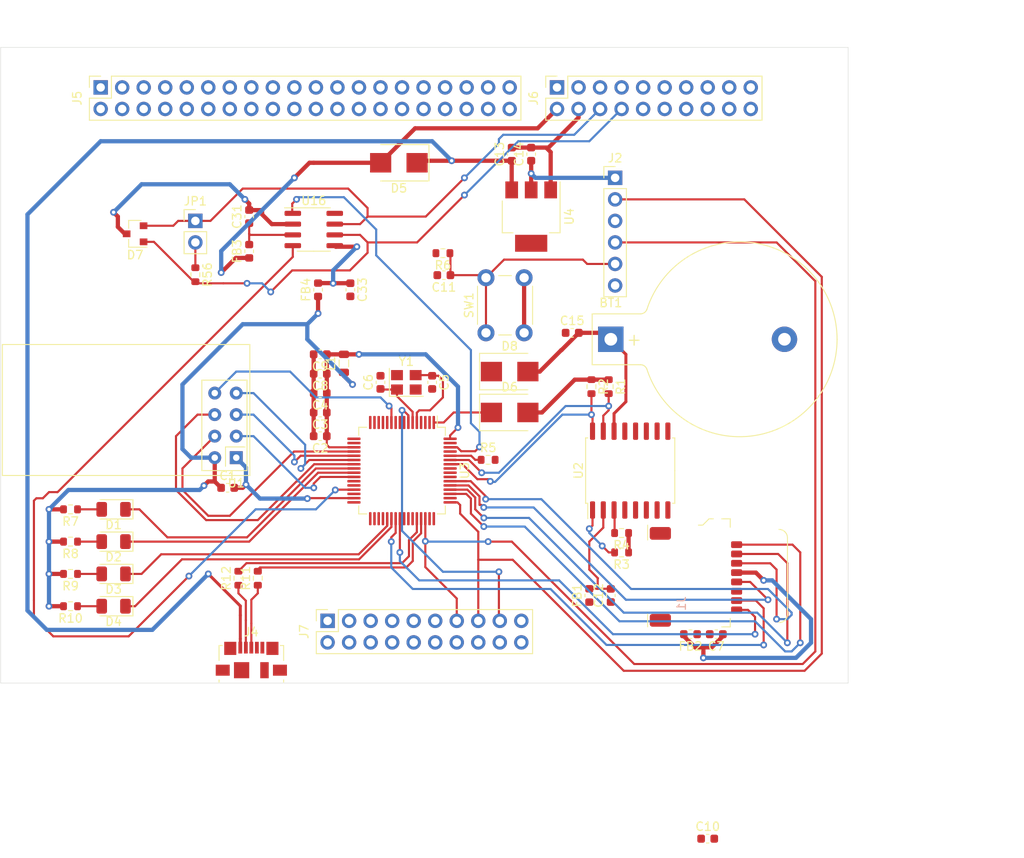
<source format=kicad_pcb>
(kicad_pcb (version 20171130) (host pcbnew "(5.1.12)-1")
  (layers (0 F.Cu signal) (31 B.Cu signal) (34 B.Paste user) (35 F.Paste user) (36 B.SilkS user) (37 F.SilkS user) (38 B.Mask user) (39 F.Mask user) (44 Edge.Cuts user))
  (net 0 "")
  (net 1 GND)
  (net 2 +3V3)
  (net 3 /NRF24_IRQ)
  (net 4 /NRF24_MISO)
  (net 5 /NRF24_MOSI)
  (net 6 /NRF24_SCK)
  (net 7 /NRF24_CSN)
  (net 8 /NRF24_CE)
  (net 9 +BATT)
  (net 10 "Net-(C5-Pad1)")
  (net 11 "Net-(C6-Pad1)")
  (net 12 /SD_card/+3V3_SD)
  (net 13 "Net-(C10-Pad2)")
  (net 14 /NRST)
  (net 15 /+VCC_RTC)
  (net 16 +5VD)
  (net 17 /CAN/+5V_CAN_VDD)
  (net 18 /CAN/+3V3_VIO)
  (net 19 "Net-(D1-Pad2)")
  (net 20 /LED_1)
  (net 21 "Net-(D2-Pad2)")
  (net 22 /LED_2)
  (net 23 "Net-(D3-Pad2)")
  (net 24 /LED_3)
  (net 25 "Net-(D4-Pad2)")
  (net 26 /LED_4)
  (net 27 +5V)
  (net 28 "Net-(D6-Pad1)")
  (net 29 /CAN+)
  (net 30 /CAN-)
  (net 31 /SDMMC1_D1)
  (net 32 /SDMMC1_D0)
  (net 33 /SDMMC1_CK)
  (net 34 /SDMMC1_CMD)
  (net 35 /SDMMC1_D3)
  (net 36 /SDMMC1_D2)
  (net 37 "Net-(J2-Pad6)")
  (net 38 /SW_DIO)
  (net 39 /SW_CLK)
  (net 40 "Net-(J4-Pad4)")
  (net 41 "Net-(J4-Pad3)")
  (net 42 "Net-(J4-Pad2)")
  (net 43 /Przedni_box/SIG_APPS2)
  (net 44 /Przedni_box/TIM_IN1)
  (net 45 /Przedni_box/SIG_APPS1)
  (net 46 /Przedni_box/TIM_IN0)
  (net 47 /Przedni_box/S36)
  (net 48 /Przedni_box/K_OUTPUT2)
  (net 49 /Przedni_box/OVERTRAVEL)
  (net 50 /Przedni_box/K_OUTPUT1)
  (net 51 /Przedni_box/INERTIA)
  (net 52 /Przedni_box/K_OUTPUT0)
  (net 53 /Przedni_box/KILL_LEWY)
  (net 54 /Przedni_box/K_ANALOG0)
  (net 55 /Przedni_box/KILL_PRAWY)
  (net 56 /Przedni_box/S27)
  (net 57 /Przedni_box/KILL_KIERA)
  (net 58 /Przedni_box/S25)
  (net 59 /Przedni_box/TEMP1)
  (net 60 /Przedni_box/S23)
  (net 61 /Przedni_box/WHEELSPEED2)
  (net 62 /Przedni_box/S21)
  (net 63 /Przedni_box/WHEELSPEED1)
  (net 64 /Przedni_box/S19)
  (net 65 /Przedni_box/POT_ZAWIAS2)
  (net 66 /Przedni_box/S17)
  (net 67 /Przedni_box/POT_ZAWIAS_1)
  (net 68 /Przedni_box/S15)
  (net 69 /Przedni_box/BRAKE_PRESSURE2)
  (net 70 "Net-(J5-Pad13)")
  (net 71 /Przedni_box/BRAKE_PRESSURE1)
  (net 72 "Net-(J5-Pad11)")
  (net 73 /Przedni_box/SAFE-OUT)
  (net 74 "Net-(J5-Pad9)")
  (net 75 /Przedni_box/SAFE-IN)
  (net 76 "Net-(J5-Pad7)")
  (net 77 /Przedni_box/BSPD-CURRENT)
  (net 78 "Net-(J5-Pad5)")
  (net 79 /Przedni_box/PITOT2)
  (net 80 "Net-(J5-Pad3)")
  (net 81 /Przedni_box/PITOT1)
  (net 82 "Net-(J5-Pad1)")
  (net 83 "Net-(J6-Pad16)")
  (net 84 "Net-(J6-Pad15)")
  (net 85 /Przedni_box/Z14)
  (net 86 /Przedni_box/Z13)
  (net 87 /Przedni_box/Z12)
  (net 88 /Przedni_box/Z11)
  (net 89 /Przedni_box/Z10)
  (net 90 /Przedni_box/Z9)
  (net 91 /Przedni_box/+24F3)
  (net 92 /Przedni_box/+24F2)
  (net 93 /Przedni_box/+24F1)
  (net 94 "Net-(J7-Pad20)")
  (net 95 "Net-(J7-Pad19)")
  (net 96 "Net-(J7-Pad18)")
  (net 97 "Net-(J7-Pad16)")
  (net 98 "Net-(J7-Pad14)")
  (net 99 /Przedni_box/RST5)
  (net 100 /Przedni_box/RST2)
  (net 101 /Przedni_box/CLK5)
  (net 102 /Przedni_box/CLK2)
  (net 103 /Przedni_box/SWD5)
  (net 104 /Przedni_box/SWD2)
  (net 105 /Przedni_box/RST4)
  (net 106 /Przedni_box/RST1)
  (net 107 /Przedni_box/CLK4)
  (net 108 /Przedni_box/CLK1)
  (net 109 /Przedni_box/SWD4)
  (net 110 /Przedni_box/SWD1)
  (net 111 "Net-(JP1-Pad2)")
  (net 112 /I2C1_SDA)
  (net 113 /I2C1_SCL)
  (net 114 "Net-(R3-Pad2)")
  (net 115 "Net-(R4-Pad2)")
  (net 116 "Net-(R5-Pad1)")
  (net 117 /USB_DP)
  (net 118 /USB_DM)
  (net 119 "Net-(U2-Pad4)")
  (net 120 /CAN_TX)
  (net 121 "Net-(U3-Pad61)")
  (net 122 "Net-(U3-Pad57)")
  (net 123 "Net-(U3-Pad56)")
  (net 124 "Net-(U3-Pad55)")
  (net 125 "Net-(U3-Pad50)")
  (net 126 "Net-(U3-Pad43)")
  (net 127 "Net-(U3-Pad42)")
  (net 128 "Net-(U3-Pad41)")
  (net 129 "Net-(U3-Pad36)")
  (net 130 "Net-(U3-Pad35)")
  (net 131 "Net-(U3-Pad34)")
  (net 132 "Net-(U3-Pad33)")
  (net 133 "Net-(U3-Pad30)")
  (net 134 /CAN_RX)
  (net 135 "Net-(U3-Pad28)")
  (net 136 "Net-(U3-Pad27)")
  (net 137 "Net-(U3-Pad17)")
  (net 138 "Net-(U3-Pad16)")
  (net 139 "Net-(U3-Pad15)")
  (net 140 "Net-(U3-Pad14)")
  (net 141 "Net-(U3-Pad10)")
  (net 142 "Net-(U3-Pad9)")
  (net 143 "Net-(U3-Pad8)")
  (net 144 "Net-(U3-Pad4)")
  (net 145 "Net-(U3-Pad3)")
  (net 146 "Net-(U3-Pad2)")
  (net 147 /+3V3_uC)
  (module Crystal:Crystal_SMD_3225-4Pin_3.2x2.5mm (layer F.Cu) (at 147.574 95.504)
    (fp_text reference Y1 (at 0 -2.45) (layer F.SilkS))
    (fp_text value "Crystal(100MHZ)?")
    (pad 4 smd rect (at -1.1 -0.85) (size 1.4 1.2) (layers F.Cu F.Paste F.Mask) (net 1 GND))
    (pad 3 smd rect (at 1.1 -0.85) (size 1.4 1.2) (layers F.Cu F.Paste F.Mask) (net 10 "Net-(C5-Pad1)"))
    (pad 2 smd rect (at 1.1 0.85) (size 1.4 1.2) (layers F.Cu F.Paste F.Mask) (net 1 GND))
    (pad 1 smd rect (at -1.1 0.85) (size 1.4 1.2) (layers F.Cu F.Paste F.Mask) (net 11 "Net-(C6-Pad1)"))
  )
  (module Diode_SMD:D_SMB (layer F.Cu) (at 159.766 99.06)
    (fp_text reference D6 (at 0 -3) (layer F.SilkS))
    (fp_text value D_Schottky)
    (pad 2 smd rect (at 2.15 0) (size 2.5 2.3) (layers F.Cu F.Paste F.Mask) (net 2 +3V3))
    (pad 1 smd rect (at -2.15 0) (size 2.5 2.3) (layers F.Cu F.Paste F.Mask) (net 28 "Net-(D6-Pad1)"))
  )
  (module LED_SMD:LED_1206_3216Metric (layer F.Cu) (at 113.03 110.49 180)
    (fp_text reference D1 (at 0 -1.82) (layer F.SilkS))
    (fp_text value LED)
    (pad 2 smd roundrect (at 1.4 0 180) (size 1.25 1.75) (layers F.Cu F.Paste F.Mask) (roundrect_rratio 0.2) (net 19 "Net-(D1-Pad2)"))
    (pad 1 smd roundrect (at -1.4 0 180) (size 1.25 1.75) (layers F.Cu F.Paste F.Mask) (roundrect_rratio 0.2) (net 20 /LED_1))
  )
  (module LED_SMD:LED_1206_3216Metric (layer F.Cu) (at 113.03 114.3 180)
    (fp_text reference D2 (at 0 -1.82) (layer F.SilkS))
    (fp_text value LED)
    (pad 2 smd roundrect (at 1.4 0 180) (size 1.25 1.75) (layers F.Cu F.Paste F.Mask) (roundrect_rratio 0.2) (net 21 "Net-(D2-Pad2)"))
    (pad 1 smd roundrect (at -1.4 0 180) (size 1.25 1.75) (layers F.Cu F.Paste F.Mask) (roundrect_rratio 0.2) (net 22 /LED_2))
  )
  (module LED_SMD:LED_1206_3216Metric (layer F.Cu) (at 113.03 118.11 180)
    (fp_text reference D3 (at 0 -1.82) (layer F.SilkS))
    (fp_text value LED)
    (pad 2 smd roundrect (at 1.4 0 180) (size 1.25 1.75) (layers F.Cu F.Paste F.Mask) (roundrect_rratio 0.2) (net 23 "Net-(D3-Pad2)"))
    (pad 1 smd roundrect (at -1.4 0 180) (size 1.25 1.75) (layers F.Cu F.Paste F.Mask) (roundrect_rratio 0.2) (net 24 /LED_3))
  )
  (module LED_SMD:LED_1206_3216Metric (layer F.Cu) (at 113.03 121.92 180)
    (fp_text reference D4 (at 0 -1.82) (layer F.SilkS))
    (fp_text value LED)
    (pad 2 smd roundrect (at 1.4 0 180) (size 1.25 1.75) (layers F.Cu F.Paste F.Mask) (roundrect_rratio 0.2) (net 25 "Net-(D4-Pad2)"))
    (pad 1 smd roundrect (at -1.4 0 180) (size 1.25 1.75) (layers F.Cu F.Paste F.Mask) (roundrect_rratio 0.2) (net 26 /LED_4))
  )
  (module Resistor_SMD:R_0603_1608Metric (layer F.Cu) (at 107.95 121.92 180)
    (fp_text reference R10 (at 0 -1.43) (layer F.SilkS))
    (fp_text value 470R)
    (pad 2 smd roundrect (at 0.825 0 180) (size 0.8 0.95) (layers F.Cu F.Paste F.Mask) (net 2 +3V3))
    (pad 1 smd roundrect (at -0.825 0 180) (size 0.8 0.95) (layers F.Cu F.Paste F.Mask) (net 25 "Net-(D4-Pad2)"))
  )
  (module Resistor_SMD:R_0603_1608Metric (layer F.Cu) (at 107.95 118.11 180)
    (fp_text reference R9 (at 0 -1.43) (layer F.SilkS))
    (fp_text value 470R)
    (pad 2 smd roundrect (at 0.825 0 180) (size 0.8 0.95) (layers F.Cu F.Paste F.Mask) (net 2 +3V3))
    (pad 1 smd roundrect (at -0.825 0 180) (size 0.8 0.95) (layers F.Cu F.Paste F.Mask) (net 23 "Net-(D3-Pad2)"))
  )
  (module Resistor_SMD:R_0603_1608Metric (layer F.Cu) (at 107.95 114.3 180)
    (fp_text reference R8 (at 0 -1.43) (layer F.SilkS))
    (fp_text value 470R)
    (pad 2 smd roundrect (at 0.825 0 180) (size 0.8 0.95) (layers F.Cu F.Paste F.Mask) (net 2 +3V3))
    (pad 1 smd roundrect (at -0.825 0 180) (size 0.8 0.95) (layers F.Cu F.Paste F.Mask) (net 21 "Net-(D2-Pad2)"))
  )
  (module Resistor_SMD:R_0603_1608Metric (layer F.Cu) (at 107.95 110.49 180)
    (fp_text reference R7 (at 0 -1.43) (layer F.SilkS))
    (fp_text value 470R)
    (pad 2 smd roundrect (at 0.825 0 180) (size 0.8 0.95) (layers F.Cu F.Paste F.Mask) (net 2 +3V3))
    (pad 1 smd roundrect (at -0.825 0 180) (size 0.8 0.95) (layers F.Cu F.Paste F.Mask) (net 19 "Net-(D1-Pad2)"))
  )
  (module Connector_PinSocket_2.54mm:PinSocket_2x10_P2.54mm_Vertical (layer F.Cu) (at 138.284 123.648 90)
    (fp_text reference J7 (at -1.27 -2.77 90) (layer F.SilkS))
    (fp_text value Diagnostyka)
    (pad 20 thru_hole oval (at -2.54 22.86 90) (size 1.7 1.7) (drill 1) (layers *.Cu *.Mask) (net 94 "Net-(J7-Pad20)"))
    (pad 19 thru_hole oval (at 0 22.86 90) (size 1.7 1.7) (drill 1) (layers *.Cu *.Mask) (net 95 "Net-(J7-Pad19)"))
    (pad 18 thru_hole oval (at -2.54 20.32 90) (size 1.7 1.7) (drill 1) (layers *.Cu *.Mask) (net 96 "Net-(J7-Pad18)"))
    (pad 17 thru_hole oval (at 0 20.32 90) (size 1.7 1.7) (drill 1) (layers *.Cu *.Mask) (net 14 /NRST))
    (pad 16 thru_hole oval (at -2.54 17.78 90) (size 1.7 1.7) (drill 1) (layers *.Cu *.Mask) (net 97 "Net-(J7-Pad16)"))
    (pad 15 thru_hole oval (at 0 17.78 90) (size 1.7 1.7) (drill 1) (layers *.Cu *.Mask) (net 39 /SW_CLK))
    (pad 14 thru_hole oval (at -2.54 15.24 90) (size 1.7 1.7) (drill 1) (layers *.Cu *.Mask) (net 98 "Net-(J7-Pad14)"))
    (pad 13 thru_hole oval (at 0 15.24 90) (size 1.7 1.7) (drill 1) (layers *.Cu *.Mask) (net 38 /SW_DIO))
    (pad 12 thru_hole oval (at -2.54 12.7 90) (size 1.7 1.7) (drill 1) (layers *.Cu *.Mask) (net 99 /Przedni_box/RST5))
    (pad 11 thru_hole oval (at 0 12.7 90) (size 1.7 1.7) (drill 1) (layers *.Cu *.Mask) (net 100 /Przedni_box/RST2))
    (pad 10 thru_hole oval (at -2.54 10.16 90) (size 1.7 1.7) (drill 1) (layers *.Cu *.Mask) (net 101 /Przedni_box/CLK5))
    (pad 9 thru_hole oval (at 0 10.16 90) (size 1.7 1.7) (drill 1) (layers *.Cu *.Mask) (net 102 /Przedni_box/CLK2))
    (pad 8 thru_hole oval (at -2.54 7.62 90) (size 1.7 1.7) (drill 1) (layers *.Cu *.Mask) (net 103 /Przedni_box/SWD5))
    (pad 7 thru_hole oval (at 0 7.62 90) (size 1.7 1.7) (drill 1) (layers *.Cu *.Mask) (net 104 /Przedni_box/SWD2))
    (pad 6 thru_hole oval (at -2.54 5.08 90) (size 1.7 1.7) (drill 1) (layers *.Cu *.Mask) (net 105 /Przedni_box/RST4))
    (pad 5 thru_hole oval (at 0 5.08 90) (size 1.7 1.7) (drill 1) (layers *.Cu *.Mask) (net 106 /Przedni_box/RST1))
    (pad 4 thru_hole oval (at -2.54 2.54 90) (size 1.7 1.7) (drill 1) (layers *.Cu *.Mask) (net 107 /Przedni_box/CLK4))
    (pad 3 thru_hole oval (at 0 2.54 90) (size 1.7 1.7) (drill 1) (layers *.Cu *.Mask) (net 108 /Przedni_box/CLK1))
    (pad 2 thru_hole oval (at -2.54 0 90) (size 1.7 1.7) (drill 1) (layers *.Cu *.Mask) (net 109 /Przedni_box/SWD4))
    (pad 1 thru_hole rect (at 0 0 90) (size 1.7 1.7) (drill 1) (layers *.Cu *.Mask) (net 110 /Przedni_box/SWD1))
  )
  (module Package_SO:SOIC-8_3.9x4.9mm_P1.27mm (layer F.Cu) (at 136.652 77.47)
    (fp_text reference U16 (at 0 -3.4) (layer F.SilkS))
    (fp_text value ATA6561-GAQW-N)
    (pad 8 smd roundrect (at 2.475 -1.905) (size 1.95 0.6) (layers F.Cu F.Paste F.Mask) (net 1 GND))
    (pad 7 smd roundrect (at 2.475 -0.635) (size 1.95 0.6) (layers F.Cu F.Paste F.Mask) (net 29 /CAN+))
    (pad 6 smd roundrect (at 2.475 0.635) (size 1.95 0.6) (layers F.Cu F.Paste F.Mask) (net 30 /CAN-))
    (pad 5 smd roundrect (at 2.475 1.905) (size 1.95 0.6) (layers F.Cu F.Paste F.Mask) (net 18 /CAN/+3V3_VIO))
    (pad 4 smd roundrect (at -2.475 1.905) (size 1.95 0.6) (layers F.Cu F.Paste F.Mask) (net 134 /CAN_RX))
    (pad 3 smd roundrect (at -2.475 0.635) (size 1.95 0.6) (layers F.Cu F.Paste F.Mask) (net 17 /CAN/+5V_CAN_VDD))
    (pad 2 smd roundrect (at -2.475 -0.635) (size 1.95 0.6) (layers F.Cu F.Paste F.Mask) (net 1 GND))
    (pad 1 smd roundrect (at -2.475 -1.905) (size 1.95 0.6) (layers F.Cu F.Paste F.Mask) (net 120 /CAN_TX))
  )
  (module Package_TO_SOT_SMD:SOT-223 (layer F.Cu) (at 162.306 75.946 270)
    (fp_text reference U4 (at 0 -4.5 90) (layer F.SilkS))
    (fp_text value LM1117-3.3)
    (pad 1 smd rect (at -3.15 -2.3 270) (size 2 1.5) (layers F.Cu F.Paste F.Mask) (net 1 GND))
    (pad 3 smd rect (at -3.15 2.3 270) (size 2 1.5) (layers F.Cu F.Paste F.Mask) (net 16 +5VD))
    (pad 2 smd rect (at -3.15 0 270) (size 2 1.5) (layers F.Cu F.Paste F.Mask) (net 2 +3V3))
    (pad 4 smd rect (at 3.15 0 270) (size 2 3.8) (layers F.Cu F.Paste F.Mask))
  )
  (module Package_QFP:LQFP-64_10x10mm_P0.5mm (layer F.Cu) (at 147.066 105.918 270)
    (fp_text reference U3 (at 0 -7.4 90) (layer F.SilkS))
    (fp_text value STM32L4P5RET6)
    (pad 64 smd roundrect (at -3.75 -5.675 270) (size 0.3 1.55) (layers F.Cu F.Paste F.Mask) (net 147 /+3V3_uC))
    (pad 63 smd roundrect (at -3.25 -5.675 270) (size 0.3 1.55) (layers F.Cu F.Paste F.Mask) (net 1 GND))
    (pad 62 smd roundrect (at -2.75 -5.675 270) (size 0.3 1.55) (layers F.Cu F.Paste F.Mask) (net 120 /CAN_TX))
    (pad 61 smd roundrect (at -2.25 -5.675 270) (size 0.3 1.55) (layers F.Cu F.Paste F.Mask) (net 121 "Net-(U3-Pad61)"))
    (pad 60 smd roundrect (at -1.75 -5.675 270) (size 0.3 1.55) (layers F.Cu F.Paste F.Mask) (net 116 "Net-(R5-Pad1)"))
    (pad 59 smd roundrect (at -1.25 -5.675 270) (size 0.3 1.55) (layers F.Cu F.Paste F.Mask) (net 112 /I2C1_SDA))
    (pad 58 smd roundrect (at -0.75 -5.675 270) (size 0.3 1.55) (layers F.Cu F.Paste F.Mask) (net 113 /I2C1_SCL))
    (pad 57 smd roundrect (at -0.25 -5.675 270) (size 0.3 1.55) (layers F.Cu F.Paste F.Mask) (net 122 "Net-(U3-Pad57)"))
    (pad 56 smd roundrect (at 0.25 -5.675 270) (size 0.3 1.55) (layers F.Cu F.Paste F.Mask) (net 123 "Net-(U3-Pad56)"))
    (pad 55 smd roundrect (at 0.75 -5.675 270) (size 0.3 1.55) (layers F.Cu F.Paste F.Mask) (net 124 "Net-(U3-Pad55)"))
    (pad 54 smd roundrect (at 1.25 -5.675 270) (size 0.3 1.55) (layers F.Cu F.Paste F.Mask) (net 34 /SDMMC1_CMD))
    (pad 53 smd roundrect (at 1.75 -5.675 270) (size 0.3 1.55) (layers F.Cu F.Paste F.Mask) (net 33 /SDMMC1_CK))
    (pad 52 smd roundrect (at 2.25 -5.675 270) (size 0.3 1.55) (layers F.Cu F.Paste F.Mask) (net 35 /SDMMC1_D3))
    (pad 51 smd roundrect (at 2.75 -5.675 270) (size 0.3 1.55) (layers F.Cu F.Paste F.Mask) (net 36 /SDMMC1_D2))
    (pad 50 smd roundrect (at 3.25 -5.675 270) (size 0.3 1.55) (layers F.Cu F.Paste F.Mask) (net 125 "Net-(U3-Pad50)"))
    (pad 49 smd roundrect (at 3.75 -5.675 270) (size 0.3 1.55) (layers F.Cu F.Paste F.Mask) (net 39 /SW_CLK))
    (pad 48 smd roundrect (at 5.675 -3.75 270) (size 1.55 0.3) (layers F.Cu F.Paste F.Mask) (net 147 /+3V3_uC))
    (pad 47 smd roundrect (at 5.675 -3.25 270) (size 1.55 0.3) (layers F.Cu F.Paste F.Mask) (net 1 GND))
    (pad 46 smd roundrect (at 5.675 -2.75 270) (size 1.55 0.3) (layers F.Cu F.Paste F.Mask) (net 38 /SW_DIO))
    (pad 45 smd roundrect (at 5.675 -2.25 270) (size 1.55 0.3) (layers F.Cu F.Paste F.Mask) (net 117 /USB_DP))
    (pad 44 smd roundrect (at 5.675 -1.75 270) (size 1.55 0.3) (layers F.Cu F.Paste F.Mask) (net 118 /USB_DM))
    (pad 43 smd roundrect (at 5.675 -1.25 270) (size 1.55 0.3) (layers F.Cu F.Paste F.Mask) (net 126 "Net-(U3-Pad43)"))
    (pad 42 smd roundrect (at 5.675 -0.75 270) (size 1.55 0.3) (layers F.Cu F.Paste F.Mask) (net 127 "Net-(U3-Pad42)"))
    (pad 41 smd roundrect (at 5.675 -0.25 270) (size 1.55 0.3) (layers F.Cu F.Paste F.Mask) (net 128 "Net-(U3-Pad41)"))
    (pad 40 smd roundrect (at 5.675 0.25 270) (size 1.55 0.3) (layers F.Cu F.Paste F.Mask) (net 31 /SDMMC1_D1))
    (pad 39 smd roundrect (at 5.675 0.75 270) (size 1.55 0.3) (layers F.Cu F.Paste F.Mask) (net 32 /SDMMC1_D0))
    (pad 38 smd roundrect (at 5.675 1.25 270) (size 1.55 0.3) (layers F.Cu F.Paste F.Mask) (net 26 /LED_4))
    (pad 37 smd roundrect (at 5.675 1.75 270) (size 1.55 0.3) (layers F.Cu F.Paste F.Mask) (net 24 /LED_3))
    (pad 36 smd roundrect (at 5.675 2.25 270) (size 1.55 0.3) (layers F.Cu F.Paste F.Mask) (net 129 "Net-(U3-Pad36)"))
    (pad 35 smd roundrect (at 5.675 2.75 270) (size 1.55 0.3) (layers F.Cu F.Paste F.Mask) (net 130 "Net-(U3-Pad35)"))
    (pad 34 smd roundrect (at 5.675 3.25 270) (size 1.55 0.3) (layers F.Cu F.Paste F.Mask) (net 131 "Net-(U3-Pad34)"))
    (pad 33 smd roundrect (at 5.675 3.75 270) (size 1.55 0.3) (layers F.Cu F.Paste F.Mask) (net 132 "Net-(U3-Pad33)"))
    (pad 32 smd roundrect (at 3.75 5.675 270) (size 0.3 1.55) (layers F.Cu F.Paste F.Mask) (net 147 /+3V3_uC))
    (pad 31 smd roundrect (at 3.25 5.675 270) (size 0.3 1.55) (layers F.Cu F.Paste F.Mask) (net 1 GND))
    (pad 30 smd roundrect (at 2.75 5.675 270) (size 0.3 1.55) (layers F.Cu F.Paste F.Mask) (net 133 "Net-(U3-Pad30)"))
    (pad 29 smd roundrect (at 2.25 5.675 270) (size 0.3 1.55) (layers F.Cu F.Paste F.Mask) (net 134 /CAN_RX))
    (pad 28 smd roundrect (at 1.75 5.675 270) (size 0.3 1.55) (layers F.Cu F.Paste F.Mask) (net 135 "Net-(U3-Pad28)"))
    (pad 27 smd roundrect (at 1.25 5.675 270) (size 0.3 1.55) (layers F.Cu F.Paste F.Mask) (net 136 "Net-(U3-Pad27)"))
    (pad 26 smd roundrect (at 0.75 5.675 270) (size 0.3 1.55) (layers F.Cu F.Paste F.Mask) (net 8 /NRF24_CE))
    (pad 25 smd roundrect (at 0.25 5.675 270) (size 0.3 1.55) (layers F.Cu F.Paste F.Mask) (net 22 /LED_2))
    (pad 24 smd roundrect (at -0.25 5.675 270) (size 0.3 1.55) (layers F.Cu F.Paste F.Mask) (net 20 /LED_1))
    (pad 23 smd roundrect (at -0.75 5.675 270) (size 0.3 1.55) (layers F.Cu F.Paste F.Mask) (net 5 /NRF24_MOSI))
    (pad 22 smd roundrect (at -1.25 5.675 270) (size 0.3 1.55) (layers F.Cu F.Paste F.Mask) (net 4 /NRF24_MISO))
    (pad 21 smd roundrect (at -1.75 5.675 270) (size 0.3 1.55) (layers F.Cu F.Paste F.Mask) (net 6 /NRF24_SCK))
    (pad 20 smd roundrect (at -2.25 5.675 270) (size 0.3 1.55) (layers F.Cu F.Paste F.Mask) (net 7 /NRF24_CSN))
    (pad 19 smd roundrect (at -2.75 5.675 270) (size 0.3 1.55) (layers F.Cu F.Paste F.Mask) (net 147 /+3V3_uC))
    (pad 18 smd roundrect (at -3.25 5.675 270) (size 0.3 1.55) (layers F.Cu F.Paste F.Mask) (net 1 GND))
    (pad 17 smd roundrect (at -3.75 5.675 270) (size 0.3 1.55) (layers F.Cu F.Paste F.Mask) (net 137 "Net-(U3-Pad17)"))
    (pad 16 smd roundrect (at -5.675 3.75 270) (size 1.55 0.3) (layers F.Cu F.Paste F.Mask) (net 138 "Net-(U3-Pad16)"))
    (pad 15 smd roundrect (at -5.675 3.25 270) (size 1.55 0.3) (layers F.Cu F.Paste F.Mask) (net 139 "Net-(U3-Pad15)"))
    (pad 14 smd roundrect (at -5.675 2.75 270) (size 1.55 0.3) (layers F.Cu F.Paste F.Mask) (net 140 "Net-(U3-Pad14)"))
    (pad 13 smd roundrect (at -5.675 2.25 270) (size 1.55 0.3) (layers F.Cu F.Paste F.Mask) (net 147 /+3V3_uC))
    (pad 12 smd roundrect (at -5.675 1.75 270) (size 1.55 0.3) (layers F.Cu F.Paste F.Mask) (net 1 GND))
    (pad 11 smd roundrect (at -5.675 1.25 270) (size 1.55 0.3) (layers F.Cu F.Paste F.Mask) (net 3 /NRF24_IRQ))
    (pad 10 smd roundrect (at -5.675 0.75 270) (size 1.55 0.3) (layers F.Cu F.Paste F.Mask) (net 141 "Net-(U3-Pad10)"))
    (pad 9 smd roundrect (at -5.675 0.25 270) (size 1.55 0.3) (layers F.Cu F.Paste F.Mask) (net 142 "Net-(U3-Pad9)"))
    (pad 8 smd roundrect (at -5.675 -0.25 270) (size 1.55 0.3) (layers F.Cu F.Paste F.Mask) (net 143 "Net-(U3-Pad8)"))
    (pad 7 smd roundrect (at -5.675 -0.75 270) (size 1.55 0.3) (layers F.Cu F.Paste F.Mask) (net 14 /NRST))
    (pad 6 smd roundrect (at -5.675 -1.25 270) (size 1.55 0.3) (layers F.Cu F.Paste F.Mask) (net 11 "Net-(C6-Pad1)"))
    (pad 5 smd roundrect (at -5.675 -1.75 270) (size 1.55 0.3) (layers F.Cu F.Paste F.Mask) (net 10 "Net-(C5-Pad1)"))
    (pad 4 smd roundrect (at -5.675 -2.25 270) (size 1.55 0.3) (layers F.Cu F.Paste F.Mask) (net 144 "Net-(U3-Pad4)"))
    (pad 3 smd roundrect (at -5.675 -2.75 270) (size 1.55 0.3) (layers F.Cu F.Paste F.Mask) (net 145 "Net-(U3-Pad3)"))
    (pad 2 smd roundrect (at -5.675 -3.25 270) (size 1.55 0.3) (layers F.Cu F.Paste F.Mask) (net 146 "Net-(U3-Pad2)"))
    (pad 1 smd roundrect (at -5.675 -3.75 270) (size 1.55 0.3) (layers F.Cu F.Paste F.Mask) (net 28 "Net-(D6-Pad1)"))
  )
  (module Package_SO:SOIC-16W_7.5x10.3mm_P1.27mm (layer F.Cu) (at 173.99 105.918 90)
    (fp_text reference U2 (at 0 -6.1 90) (layer F.SilkS))
    (fp_text value DS3231M)
    (pad 16 smd roundrect (at 4.65 -4.445 90) (size 2.05 0.6) (layers F.Cu F.Paste F.Mask) (net 113 /I2C1_SCL))
    (pad 15 smd roundrect (at 4.65 -3.175 90) (size 2.05 0.6) (layers F.Cu F.Paste F.Mask) (net 112 /I2C1_SDA))
    (pad 14 smd roundrect (at 4.65 -1.905 90) (size 2.05 0.6) (layers F.Cu F.Paste F.Mask) (net 9 +BATT))
    (pad 13 smd roundrect (at 4.65 -0.635 90) (size 2.05 0.6) (layers F.Cu F.Paste F.Mask) (net 1 GND))
    (pad 12 smd roundrect (at 4.65 0.635 90) (size 2.05 0.6) (layers F.Cu F.Paste F.Mask) (net 1 GND))
    (pad 11 smd roundrect (at 4.65 1.905 90) (size 2.05 0.6) (layers F.Cu F.Paste F.Mask) (net 1 GND))
    (pad 10 smd roundrect (at 4.65 3.175 90) (size 2.05 0.6) (layers F.Cu F.Paste F.Mask) (net 1 GND))
    (pad 9 smd roundrect (at 4.65 4.445 90) (size 2.05 0.6) (layers F.Cu F.Paste F.Mask) (net 1 GND))
    (pad 8 smd roundrect (at -4.65 4.445 90) (size 2.05 0.6) (layers F.Cu F.Paste F.Mask) (net 1 GND))
    (pad 7 smd roundrect (at -4.65 3.175 90) (size 2.05 0.6) (layers F.Cu F.Paste F.Mask) (net 1 GND))
    (pad 6 smd roundrect (at -4.65 1.905 90) (size 2.05 0.6) (layers F.Cu F.Paste F.Mask) (net 1 GND))
    (pad 5 smd roundrect (at -4.65 0.635 90) (size 2.05 0.6) (layers F.Cu F.Paste F.Mask) (net 1 GND))
    (pad 4 smd roundrect (at -4.65 -0.635 90) (size 2.05 0.6) (layers F.Cu F.Paste F.Mask) (net 119 "Net-(U2-Pad4)"))
    (pad 3 smd roundrect (at -4.65 -1.905 90) (size 2.05 0.6) (layers F.Cu F.Paste F.Mask) (net 115 "Net-(R4-Pad2)"))
    (pad 2 smd roundrect (at -4.65 -3.175 90) (size 2.05 0.6) (layers F.Cu F.Paste F.Mask) (net 15 /+VCC_RTC))
    (pad 1 smd roundrect (at -4.65 -4.445 90) (size 2.05 0.6) (layers F.Cu F.Paste F.Mask) (net 114 "Net-(R3-Pad2)"))
  )
  (module Button_Switch_THT:SW_PUSH_6mm (layer F.Cu) (at 156.972 89.662 90)
    (fp_text reference SW1 (at 3.25 -2 90) (layer F.SilkS))
    (fp_text value SW_Push)
    (pad 1 thru_hole circle (at 6.5 0 180) (size 2 2) (drill 1.1) (layers *.Cu *.Mask) (net 14 /NRST))
    (pad 2 thru_hole circle (at 6.5 4.5 180) (size 2 2) (drill 1.1) (layers *.Cu *.Mask) (net 1 GND))
    (pad 1 thru_hole circle (at 0 0 180) (size 2 2) (drill 1.1) (layers *.Cu *.Mask) (net 14 /NRST))
    (pad 2 thru_hole circle (at 0 4.5 180) (size 2 2) (drill 1.1) (layers *.Cu *.Mask) (net 1 GND))
  )
  (module Resistor_SMD:R_0603_1608Metric (layer F.Cu) (at 122.682 82.804 270)
    (fp_text reference R56 (at 0 -1.43 90) (layer F.SilkS))
    (fp_text value 120R)
    (pad 2 smd roundrect (at 0.825 0 270) (size 0.8 0.95) (layers F.Cu F.Paste F.Mask) (net 30 /CAN-))
    (pad 1 smd roundrect (at -0.825 0 270) (size 0.8 0.95) (layers F.Cu F.Paste F.Mask) (net 111 "Net-(JP1-Pad2)"))
  )
  (module Resistor_SMD:R_0603_1608Metric (layer F.Cu) (at 127.762 118.618 90)
    (fp_text reference R12 (at 0 -1.43 90) (layer F.SilkS))
    (fp_text value 30R)
    (pad 2 smd roundrect (at 0.825 0 90) (size 0.8 0.95) (layers F.Cu F.Paste F.Mask) (net 118 /USB_DM))
    (pad 1 smd roundrect (at -0.825 0 90) (size 0.8 0.95) (layers F.Cu F.Paste F.Mask) (net 42 "Net-(J4-Pad2)"))
  )
  (module Resistor_SMD:R_0603_1608Metric (layer F.Cu) (at 130.048 118.618 90)
    (fp_text reference R11 (at 0 -1.43 90) (layer F.SilkS))
    (fp_text value 30R)
    (pad 2 smd roundrect (at 0.825 0 90) (size 0.8 0.95) (layers F.Cu F.Paste F.Mask) (net 117 /USB_DP))
    (pad 1 smd roundrect (at -0.825 0 90) (size 0.8 0.95) (layers F.Cu F.Paste F.Mask) (net 41 "Net-(J4-Pad3)"))
  )
  (module Resistor_SMD:R_0603_1608Metric (layer F.Cu) (at 151.892 80.264 180)
    (fp_text reference R6 (at 0 -1.43) (layer F.SilkS))
    (fp_text value 100kR)
    (pad 2 smd roundrect (at 0.825 0 180) (size 0.8 0.95) (layers F.Cu F.Paste F.Mask) (net 2 +3V3))
    (pad 1 smd roundrect (at -0.825 0 180) (size 0.8 0.95) (layers F.Cu F.Paste F.Mask) (net 14 /NRST))
  )
  (module Resistor_SMD:R_0603_1608Metric (layer F.Cu) (at 157.226 104.648)
    (fp_text reference R5 (at 0 -1.43) (layer F.SilkS))
    (fp_text value 100kR)
    (pad 2 smd roundrect (at 0.825 0) (size 0.8 0.95) (layers F.Cu F.Paste F.Mask) (net 1 GND))
    (pad 1 smd roundrect (at -0.825 0) (size 0.8 0.95) (layers F.Cu F.Paste F.Mask) (net 116 "Net-(R5-Pad1)"))
  )
  (module Resistor_SMD:R_0603_1608Metric (layer F.Cu) (at 172.974 113.284 180)
    (fp_text reference R4 (at 0 -1.43) (layer F.SilkS))
    (fp_text value 10kR)
    (pad 2 smd roundrect (at 0.825 0 180) (size 0.8 0.95) (layers F.Cu F.Paste F.Mask) (net 115 "Net-(R4-Pad2)"))
    (pad 1 smd roundrect (at -0.825 0 180) (size 0.8 0.95) (layers F.Cu F.Paste F.Mask) (net 2 +3V3))
  )
  (module Resistor_SMD:R_0603_1608Metric (layer F.Cu) (at 172.974 115.57 180)
    (fp_text reference R3 (at 0 -1.43) (layer F.SilkS))
    (fp_text value 10kR)
    (pad 2 smd roundrect (at 0.825 0 180) (size 0.8 0.95) (layers F.Cu F.Paste F.Mask) (net 114 "Net-(R3-Pad2)"))
    (pad 1 smd roundrect (at -0.825 0 180) (size 0.8 0.95) (layers F.Cu F.Paste F.Mask) (net 2 +3V3))
  )
  (module Resistor_SMD:R_0603_1608Metric (layer F.Cu) (at 169.418 96.012 270)
    (fp_text reference R2 (at 0 -1.43 90) (layer F.SilkS))
    (fp_text value 4.7kR)
    (pad 2 smd roundrect (at 0.825 0 270) (size 0.8 0.95) (layers F.Cu F.Paste F.Mask) (net 113 /I2C1_SCL))
    (pad 1 smd roundrect (at -0.825 0 270) (size 0.8 0.95) (layers F.Cu F.Paste F.Mask) (net 2 +3V3))
  )
  (module Resistor_SMD:R_0603_1608Metric (layer F.Cu) (at 171.45 96.012 270)
    (fp_text reference R1 (at 0 -1.43 90) (layer F.SilkS))
    (fp_text value 4.7kR)
    (pad 2 smd roundrect (at 0.825 0 270) (size 0.8 0.95) (layers F.Cu F.Paste F.Mask) (net 112 /I2C1_SDA))
    (pad 1 smd roundrect (at -0.825 0 270) (size 0.8 0.95) (layers F.Cu F.Paste F.Mask) (net 2 +3V3))
  )
  (module Inductor_SMD:L_0805_2012Metric (layer F.Cu) (at 140.208 93.2645 90)
    (fp_text reference L1 (at 0 -1.55 90) (layer F.SilkS))
    (fp_text value 10uH)
    (pad 2 smd roundrect (at 1.0625 0 90) (size 0.875 1.2) (layers F.Cu F.Paste F.Mask) (net 147 /+3V3_uC))
    (pad 1 smd roundrect (at -1.0625 0 90) (size 0.875 1.2) (layers F.Cu F.Paste F.Mask) (net 2 +3V3))
  )
  (module Connector_PinHeader_2.54mm:PinHeader_1x02_P2.54mm_Vertical (layer F.Cu) (at 122.682 76.454)
    (fp_text reference JP1 (at 0 -2.33) (layer F.SilkS))
    (fp_text value CAN_termination_jumper)
    (pad 2 thru_hole oval (at 0 2.54) (size 1.7 1.7) (drill 1) (layers *.Cu *.Mask) (net 111 "Net-(JP1-Pad2)"))
    (pad 1 thru_hole rect (at 0 0) (size 1.7 1.7) (drill 1) (layers *.Cu *.Mask) (net 29 /CAN+))
  )
  (module Connector_PinSocket_2.54mm:PinSocket_2x10_P2.54mm_Vertical (layer F.Cu) (at 165.354 60.706 90)
    (fp_text reference J6 (at -1.27 -2.77 90) (layer F.SilkS))
    (fp_text value Zasilanie+CAN)
    (pad 20 thru_hole oval (at -2.54 22.86 90) (size 1.7 1.7) (drill 1) (layers *.Cu *.Mask) (net 1 GND))
    (pad 19 thru_hole oval (at 0 22.86 90) (size 1.7 1.7) (drill 1) (layers *.Cu *.Mask) (net 1 GND))
    (pad 18 thru_hole oval (at -2.54 20.32 90) (size 1.7 1.7) (drill 1) (layers *.Cu *.Mask) (net 27 +5V))
    (pad 17 thru_hole oval (at 0 20.32 90) (size 1.7 1.7) (drill 1) (layers *.Cu *.Mask) (net 27 +5V))
    (pad 16 thru_hole oval (at -2.54 17.78 90) (size 1.7 1.7) (drill 1) (layers *.Cu *.Mask) (net 83 "Net-(J6-Pad16)"))
    (pad 15 thru_hole oval (at 0 17.78 90) (size 1.7 1.7) (drill 1) (layers *.Cu *.Mask) (net 84 "Net-(J6-Pad15)"))
    (pad 14 thru_hole oval (at -2.54 15.24 90) (size 1.7 1.7) (drill 1) (layers *.Cu *.Mask) (net 85 /Przedni_box/Z14))
    (pad 13 thru_hole oval (at 0 15.24 90) (size 1.7 1.7) (drill 1) (layers *.Cu *.Mask) (net 86 /Przedni_box/Z13))
    (pad 12 thru_hole oval (at -2.54 12.7 90) (size 1.7 1.7) (drill 1) (layers *.Cu *.Mask) (net 87 /Przedni_box/Z12))
    (pad 11 thru_hole oval (at 0 12.7 90) (size 1.7 1.7) (drill 1) (layers *.Cu *.Mask) (net 88 /Przedni_box/Z11))
    (pad 10 thru_hole oval (at -2.54 10.16 90) (size 1.7 1.7) (drill 1) (layers *.Cu *.Mask) (net 89 /Przedni_box/Z10))
    (pad 9 thru_hole oval (at 0 10.16 90) (size 1.7 1.7) (drill 1) (layers *.Cu *.Mask) (net 90 /Przedni_box/Z9))
    (pad 8 thru_hole oval (at -2.54 7.62 90) (size 1.7 1.7) (drill 1) (layers *.Cu *.Mask) (net 30 /CAN-))
    (pad 7 thru_hole oval (at 0 7.62 90) (size 1.7 1.7) (drill 1) (layers *.Cu *.Mask) (net 1 GND))
    (pad 6 thru_hole oval (at -2.54 5.08 90) (size 1.7 1.7) (drill 1) (layers *.Cu *.Mask) (net 29 /CAN+))
    (pad 5 thru_hole oval (at 0 5.08 90) (size 1.7 1.7) (drill 1) (layers *.Cu *.Mask) (net 91 /Przedni_box/+24F3))
    (pad 4 thru_hole oval (at -2.54 2.54 90) (size 1.7 1.7) (drill 1) (layers *.Cu *.Mask) (net 1 GND))
    (pad 3 thru_hole oval (at 0 2.54 90) (size 1.7 1.7) (drill 1) (layers *.Cu *.Mask) (net 92 /Przedni_box/+24F2))
    (pad 2 thru_hole oval (at -2.54 0 90) (size 1.7 1.7) (drill 1) (layers *.Cu *.Mask) (net 27 +5V))
    (pad 1 thru_hole rect (at 0 0 90) (size 1.7 1.7) (drill 1) (layers *.Cu *.Mask) (net 93 /Przedni_box/+24F1))
  )
  (module Connector_PinSocket_2.54mm:PinSocket_2x20_P2.54mm_Vertical (layer F.Cu) (at 111.506 60.706 90)
    (fp_text reference J5 (at -1.27 -2.77 90) (layer F.SilkS))
    (fp_text value Sygnały)
    (pad 40 thru_hole oval (at -2.54 48.26 90) (size 1.7 1.7) (drill 1) (layers *.Cu *.Mask) (net 43 /Przedni_box/SIG_APPS2))
    (pad 39 thru_hole oval (at 0 48.26 90) (size 1.7 1.7) (drill 1) (layers *.Cu *.Mask) (net 44 /Przedni_box/TIM_IN1))
    (pad 38 thru_hole oval (at -2.54 45.72 90) (size 1.7 1.7) (drill 1) (layers *.Cu *.Mask) (net 45 /Przedni_box/SIG_APPS1))
    (pad 37 thru_hole oval (at 0 45.72 90) (size 1.7 1.7) (drill 1) (layers *.Cu *.Mask) (net 46 /Przedni_box/TIM_IN0))
    (pad 36 thru_hole oval (at -2.54 43.18 90) (size 1.7 1.7) (drill 1) (layers *.Cu *.Mask) (net 47 /Przedni_box/S36))
    (pad 35 thru_hole oval (at 0 43.18 90) (size 1.7 1.7) (drill 1) (layers *.Cu *.Mask) (net 48 /Przedni_box/K_OUTPUT2))
    (pad 34 thru_hole oval (at -2.54 40.64 90) (size 1.7 1.7) (drill 1) (layers *.Cu *.Mask) (net 49 /Przedni_box/OVERTRAVEL))
    (pad 33 thru_hole oval (at 0 40.64 90) (size 1.7 1.7) (drill 1) (layers *.Cu *.Mask) (net 50 /Przedni_box/K_OUTPUT1))
    (pad 32 thru_hole oval (at -2.54 38.1 90) (size 1.7 1.7) (drill 1) (layers *.Cu *.Mask) (net 51 /Przedni_box/INERTIA))
    (pad 31 thru_hole oval (at 0 38.1 90) (size 1.7 1.7) (drill 1) (layers *.Cu *.Mask) (net 52 /Przedni_box/K_OUTPUT0))
    (pad 30 thru_hole oval (at -2.54 35.56 90) (size 1.7 1.7) (drill 1) (layers *.Cu *.Mask) (net 53 /Przedni_box/KILL_LEWY))
    (pad 29 thru_hole oval (at 0 35.56 90) (size 1.7 1.7) (drill 1) (layers *.Cu *.Mask) (net 54 /Przedni_box/K_ANALOG0))
    (pad 28 thru_hole oval (at -2.54 33.02 90) (size 1.7 1.7) (drill 1) (layers *.Cu *.Mask) (net 55 /Przedni_box/KILL_PRAWY))
    (pad 27 thru_hole oval (at 0 33.02 90) (size 1.7 1.7) (drill 1) (layers *.Cu *.Mask) (net 56 /Przedni_box/S27))
    (pad 26 thru_hole oval (at -2.54 30.48 90) (size 1.7 1.7) (drill 1) (layers *.Cu *.Mask) (net 57 /Przedni_box/KILL_KIERA))
    (pad 25 thru_hole oval (at 0 30.48 90) (size 1.7 1.7) (drill 1) (layers *.Cu *.Mask) (net 58 /Przedni_box/S25))
    (pad 24 thru_hole oval (at -2.54 27.94 90) (size 1.7 1.7) (drill 1) (layers *.Cu *.Mask) (net 59 /Przedni_box/TEMP1))
    (pad 23 thru_hole oval (at 0 27.94 90) (size 1.7 1.7) (drill 1) (layers *.Cu *.Mask) (net 60 /Przedni_box/S23))
    (pad 22 thru_hole oval (at -2.54 25.4 90) (size 1.7 1.7) (drill 1) (layers *.Cu *.Mask) (net 61 /Przedni_box/WHEELSPEED2))
    (pad 21 thru_hole oval (at 0 25.4 90) (size 1.7 1.7) (drill 1) (layers *.Cu *.Mask) (net 62 /Przedni_box/S21))
    (pad 20 thru_hole oval (at -2.54 22.86 90) (size 1.7 1.7) (drill 1) (layers *.Cu *.Mask) (net 63 /Przedni_box/WHEELSPEED1))
    (pad 19 thru_hole oval (at 0 22.86 90) (size 1.7 1.7) (drill 1) (layers *.Cu *.Mask) (net 64 /Przedni_box/S19))
    (pad 18 thru_hole oval (at -2.54 20.32 90) (size 1.7 1.7) (drill 1) (layers *.Cu *.Mask) (net 65 /Przedni_box/POT_ZAWIAS2))
    (pad 17 thru_hole oval (at 0 20.32 90) (size 1.7 1.7) (drill 1) (layers *.Cu *.Mask) (net 66 /Przedni_box/S17))
    (pad 16 thru_hole oval (at -2.54 17.78 90) (size 1.7 1.7) (drill 1) (layers *.Cu *.Mask) (net 67 /Przedni_box/POT_ZAWIAS_1))
    (pad 15 thru_hole oval (at 0 17.78 90) (size 1.7 1.7) (drill 1) (layers *.Cu *.Mask) (net 68 /Przedni_box/S15))
    (pad 14 thru_hole oval (at -2.54 15.24 90) (size 1.7 1.7) (drill 1) (layers *.Cu *.Mask) (net 69 /Przedni_box/BRAKE_PRESSURE2))
    (pad 13 thru_hole oval (at 0 15.24 90) (size 1.7 1.7) (drill 1) (layers *.Cu *.Mask) (net 70 "Net-(J5-Pad13)"))
    (pad 12 thru_hole oval (at -2.54 12.7 90) (size 1.7 1.7) (drill 1) (layers *.Cu *.Mask) (net 71 /Przedni_box/BRAKE_PRESSURE1))
    (pad 11 thru_hole oval (at 0 12.7 90) (size 1.7 1.7) (drill 1) (layers *.Cu *.Mask) (net 72 "Net-(J5-Pad11)"))
    (pad 10 thru_hole oval (at -2.54 10.16 90) (size 1.7 1.7) (drill 1) (layers *.Cu *.Mask) (net 73 /Przedni_box/SAFE-OUT))
    (pad 9 thru_hole oval (at 0 10.16 90) (size 1.7 1.7) (drill 1) (layers *.Cu *.Mask) (net 74 "Net-(J5-Pad9)"))
    (pad 8 thru_hole oval (at -2.54 7.62 90) (size 1.7 1.7) (drill 1) (layers *.Cu *.Mask) (net 75 /Przedni_box/SAFE-IN))
    (pad 7 thru_hole oval (at 0 7.62 90) (size 1.7 1.7) (drill 1) (layers *.Cu *.Mask) (net 76 "Net-(J5-Pad7)"))
    (pad 6 thru_hole oval (at -2.54 5.08 90) (size 1.7 1.7) (drill 1) (layers *.Cu *.Mask) (net 77 /Przedni_box/BSPD-CURRENT))
    (pad 5 thru_hole oval (at 0 5.08 90) (size 1.7 1.7) (drill 1) (layers *.Cu *.Mask) (net 78 "Net-(J5-Pad5)"))
    (pad 4 thru_hole oval (at -2.54 2.54 90) (size 1.7 1.7) (drill 1) (layers *.Cu *.Mask) (net 79 /Przedni_box/PITOT2))
    (pad 3 thru_hole oval (at 0 2.54 90) (size 1.7 1.7) (drill 1) (layers *.Cu *.Mask) (net 80 "Net-(J5-Pad3)"))
    (pad 2 thru_hole oval (at -2.54 0 90) (size 1.7 1.7) (drill 1) (layers *.Cu *.Mask) (net 81 /Przedni_box/PITOT1))
    (pad 1 thru_hole rect (at 0 0 90) (size 1.7 1.7) (drill 1) (layers *.Cu *.Mask) (net 82 "Net-(J5-Pad1)"))
  )
  (module Connector_USB:USB_Micro-B_Molex_47346-0001 (layer F.Cu) (at 129.286 128.27)
    (fp_text reference J4 (at 0 -3.3 180) (layer F.SilkS))
    (fp_text value USB_B_Mini)
    (pad 6 smd rect (at 1.55 1.2) (size 1 1.9) (layers F.Cu F.Paste F.Mask) (net 1 GND))
    (pad 6 smd rect (at -1.15 1.2) (size 1.8 1.9) (layers F.Cu F.Paste F.Mask) (net 1 GND))
    (pad 6 smd rect (at 3.375 1.2) (size 1.65 1.3) (layers F.Cu F.Paste F.Mask) (net 1 GND))
    (pad 6 smd rect (at -3.375 1.2) (size 1.65 1.3) (layers F.Cu F.Paste F.Mask) (net 1 GND))
    (pad 6 smd rect (at 2.4875 -1.375) (size 1.425 1.55) (layers F.Cu F.Paste F.Mask) (net 1 GND))
    (pad 6 smd rect (at -2.4875 -1.375) (size 1.425 1.55) (layers F.Cu F.Paste F.Mask) (net 1 GND))
    (pad 5 smd rect (at 1.3 -1.46) (size 0.45 1.38) (layers F.Cu F.Paste F.Mask) (net 1 GND))
    (pad 4 smd rect (at 0.65 -1.46) (size 0.45 1.38) (layers F.Cu F.Paste F.Mask) (net 40 "Net-(J4-Pad4)"))
    (pad 3 smd rect (at 0 -1.46) (size 0.45 1.38) (layers F.Cu F.Paste F.Mask) (net 41 "Net-(J4-Pad3)"))
    (pad 2 smd rect (at -0.65 -1.46) (size 0.45 1.38) (layers F.Cu F.Paste F.Mask) (net 42 "Net-(J4-Pad2)"))
    (pad 1 smd rect (at -1.3 -1.46) (size 0.45 1.38) (layers F.Cu F.Paste F.Mask) (net 16 +5VD))
  )
  (module Connector_PinHeader_2.54mm:PinHeader_1x06_P2.54mm_Vertical (layer F.Cu) (at 172.212 71.374)
    (fp_text reference J2 (at 0 -2.33) (layer F.SilkS))
    (fp_text value Conn_01x06_Male)
    (pad 6 thru_hole oval (at 0 12.7) (size 1.7 1.7) (drill 1) (layers *.Cu *.Mask) (net 37 "Net-(J2-Pad6)"))
    (pad 5 thru_hole oval (at 0 10.16) (size 1.7 1.7) (drill 1) (layers *.Cu *.Mask) (net 14 /NRST))
    (pad 4 thru_hole oval (at 0 7.62) (size 1.7 1.7) (drill 1) (layers *.Cu *.Mask) (net 38 /SW_DIO))
    (pad 3 thru_hole oval (at 0 5.08) (size 1.7 1.7) (drill 1) (layers *.Cu *.Mask) (net 1 GND))
    (pad 2 thru_hole oval (at 0 2.54) (size 1.7 1.7) (drill 1) (layers *.Cu *.Mask) (net 39 /SW_CLK))
    (pad 1 thru_hole rect (at 0 0) (size 1.7 1.7) (drill 1) (layers *.Cu *.Mask) (net 2 +3V3))
  )
  (module PUTM_Kicad_FOOTPRINTS:112K-TAA0-RA1 (layer F.Cu) (at 177.546 117.856 90)
    (fp_text reference J1 (at -3.75 2.5 -90) (layer B.SilkS) (effects (justify mirror)))
    (fp_text value Micro_SD_Card)
    (pad 9 smd roundrect (at -5.73 0 90) (size 1.5 2.5) (layers F.Cu F.Paste F.Mask) (roundrect_rratio 0.2) (net 1 GND))
    (pad 9 smd roundrect (at 4.53 0 90) (size 1.5 2.5) (layers F.Cu F.Paste F.Mask) (roundrect_rratio 0.2) (net 1 GND))
    (pad 8 smd roundrect (at -4.5 9 90) (size 0.8 1.3) (layers F.Cu F.Paste F.Mask) (roundrect_rratio 0.2) (net 31 /SDMMC1_D1))
    (pad 7 smd roundrect (at -3.4 9 90) (size 0.8 1.3) (layers F.Cu F.Paste F.Mask) (roundrect_rratio 0.2) (net 32 /SDMMC1_D0))
    (pad 6 smd roundrect (at -2.3 9 90) (size 0.8 1.3) (layers F.Cu F.Paste F.Mask) (roundrect_rratio 0.2) (net 1 GND))
    (pad 5 smd roundrect (at -1.2 9 90) (size 0.8 1.3) (layers F.Cu F.Paste F.Mask) (roundrect_rratio 0.2) (net 33 /SDMMC1_CK))
    (pad 4 smd roundrect (at -0.1 9 90) (size 0.8 1.3) (layers F.Cu F.Paste F.Mask) (roundrect_rratio 0.2) (net 12 /SD_card/+3V3_SD))
    (pad 3 smd roundrect (at 1 9 90) (size 0.8 1.3) (layers F.Cu F.Paste F.Mask) (roundrect_rratio 0.2) (net 34 /SDMMC1_CMD))
    (pad 2 smd roundrect (at 2.1 9 90) (size 0.8 1.3) (layers F.Cu F.Paste F.Mask) (roundrect_rratio 0.2) (net 35 /SDMMC1_D3))
    (pad 1 smd roundrect (at 3.2 9 90) (size 0.8 1.3) (layers F.Cu F.Paste F.Mask) (roundrect_rratio 0.2) (net 36 /SDMMC1_D2))
  )
  (module Inductor_SMD:L_0603_1608Metric (layer F.Cu) (at 137.16 84.582 90)
    (fp_text reference FB4 (at 0 -1.43 90) (layer F.SilkS))
    (fp_text value 60R@100MHz)
    (pad 2 smd roundrect (at 0.7875 0 90) (size 0.875 0.95) (layers F.Cu F.Paste F.Mask) (net 18 /CAN/+3V3_VIO))
    (pad 1 smd roundrect (at -0.7875 0 90) (size 0.875 0.95) (layers F.Cu F.Paste F.Mask) (net 2 +3V3))
  )
  (module Inductor_SMD:L_0603_1608Metric (layer F.Cu) (at 129.032 80.0355 90)
    (fp_text reference FB3 (at 0 -1.43 90) (layer F.SilkS))
    (fp_text value 60R@100MHz)
    (pad 2 smd roundrect (at 0.7875 0 90) (size 0.875 0.95) (layers F.Cu F.Paste F.Mask) (net 17 /CAN/+5V_CAN_VDD))
    (pad 1 smd roundrect (at -0.7875 0 90) (size 0.875 0.95) (layers F.Cu F.Paste F.Mask) (net 27 +5V))
  )
  (module Inductor_SMD:L_0603_1608Metric (layer F.Cu) (at 181.102 125.222 180)
    (fp_text reference FB2 (at 0 -1.43) (layer F.SilkS))
    (fp_text value 60R@100MHz)
    (pad 2 smd roundrect (at 0.7875 0 180) (size 0.875 0.95) (layers F.Cu F.Paste F.Mask) (net 12 /SD_card/+3V3_SD))
    (pad 1 smd roundrect (at -0.7875 0 180) (size 0.875 0.95) (layers F.Cu F.Paste F.Mask) (net 2 +3V3))
  )
  (module Inductor_SMD:L_0603_1608Metric (layer F.Cu) (at 169.164 120.65 90)
    (fp_text reference FB1 (at 0 -1.43 90) (layer F.SilkS))
    (fp_text value 100R@100MHz)
    (pad 2 smd roundrect (at 0.7875 0 90) (size 0.875 0.95) (layers F.Cu F.Paste F.Mask) (net 15 /+VCC_RTC))
    (pad 1 smd roundrect (at -0.7875 0 90) (size 0.875 0.95) (layers F.Cu F.Paste F.Mask) (net 2 +3V3))
  )
  (module Diode_SMD:D_SMB (layer F.Cu) (at 159.766 94.234)
    (fp_text reference D8 (at 0 -3) (layer F.SilkS))
    (fp_text value D_Schottky)
    (pad 2 smd rect (at 2.15 0) (size 2.5 2.3) (layers F.Cu F.Paste F.Mask) (net 9 +BATT))
    (pad 1 smd rect (at -2.15 0) (size 2.5 2.3) (layers F.Cu F.Paste F.Mask) (net 28 "Net-(D6-Pad1)"))
  )
  (module Package_TO_SOT_SMD:SOT-23 (layer F.Cu) (at 115.57 77.978 180)
    (fp_text reference D7 (at 0 -2.5) (layer F.SilkS))
    (fp_text value PESD2CAN.215)
    (pad 3 smd rect (at 1 0 180) (size 0.9 0.8) (layers F.Cu F.Paste F.Mask) (net 1 GND))
    (pad 2 smd rect (at -1 0.95 180) (size 0.9 0.8) (layers F.Cu F.Paste F.Mask) (net 29 /CAN+))
    (pad 1 smd rect (at -1 -0.95 180) (size 0.9 0.8) (layers F.Cu F.Paste F.Mask) (net 30 /CAN-))
  )
  (module Diode_SMD:D_SMB (layer F.Cu) (at 146.694 69.596 180)
    (fp_text reference D5 (at 0 -3) (layer F.SilkS))
    (fp_text value D_Schottky)
    (pad 2 smd rect (at 2.15 0 180) (size 2.5 2.3) (layers F.Cu F.Paste F.Mask) (net 27 +5V))
    (pad 1 smd rect (at -2.15 0 180) (size 2.5 2.3) (layers F.Cu F.Paste F.Mask) (net 16 +5VD))
  )
  (module Capacitor_SMD:C_0603_1608Metric (layer F.Cu) (at 140.97 84.582 270)
    (fp_text reference C33 (at 0 -1.43 90) (layer F.SilkS))
    (fp_text value 100nF)
    (pad 2 smd roundrect (at 0.775 0 270) (size 0.9 0.95) (layers F.Cu F.Paste F.Mask) (net 1 GND))
    (pad 1 smd roundrect (at -0.775 0 270) (size 0.9 0.95) (layers F.Cu F.Paste F.Mask) (net 18 /CAN/+3V3_VIO))
  )
  (module Capacitor_SMD:C_0603_1608Metric (layer F.Cu) (at 129.032 75.946 90)
    (fp_text reference C31 (at 0 -1.43 90) (layer F.SilkS))
    (fp_text value 100nF)
    (pad 2 smd roundrect (at 0.775 0 90) (size 0.9 0.95) (layers F.Cu F.Paste F.Mask) (net 1 GND))
    (pad 1 smd roundrect (at -0.775 0 90) (size 0.9 0.95) (layers F.Cu F.Paste F.Mask) (net 17 /CAN/+5V_CAN_VDD))
  )
  (module Capacitor_SMD:C_0603_1608Metric (layer F.Cu) (at 167.145 89.662)
    (fp_text reference C15 (at 0 -1.43) (layer F.SilkS))
    (fp_text value 100nF)
    (pad 2 smd roundrect (at 0.775 0) (size 0.9 0.95) (layers F.Cu F.Paste F.Mask) (net 9 +BATT))
    (pad 1 smd roundrect (at -0.775 0) (size 0.9 0.95) (layers F.Cu F.Paste F.Mask) (net 1 GND))
  )
  (module Capacitor_SMD:C_0603_1608Metric (layer F.Cu) (at 162.306 68.58 90)
    (fp_text reference C14 (at 0 -1.43 90) (layer F.SilkS))
    (fp_text value 100nF)
    (pad 2 smd roundrect (at 0.775 0 90) (size 0.9 0.95) (layers F.Cu F.Paste F.Mask) (net 1 GND))
    (pad 1 smd roundrect (at -0.775 0 90) (size 0.9 0.95) (layers F.Cu F.Paste F.Mask) (net 2 +3V3))
  )
  (module Capacitor_SMD:C_0603_1608Metric (layer F.Cu) (at 160.02 68.582 90)
    (fp_text reference C13 (at 0 -1.43 90) (layer F.SilkS))
    (fp_text value 100nF)
    (pad 2 smd roundrect (at 0.775 0 90) (size 0.9 0.95) (layers F.Cu F.Paste F.Mask) (net 1 GND))
    (pad 1 smd roundrect (at -0.775 0 90) (size 0.9 0.95) (layers F.Cu F.Paste F.Mask) (net 16 +5VD))
  )
  (module Capacitor_SMD:C_0603_1608Metric (layer F.Cu) (at 171.704 120.65 90)
    (fp_text reference C12 (at 0 -1.43 90) (layer F.SilkS))
    (fp_text value 100nF)
    (pad 2 smd roundrect (at 0.775 0 90) (size 0.9 0.95) (layers F.Cu F.Paste F.Mask) (net 15 /+VCC_RTC))
    (pad 1 smd roundrect (at -0.775 0 90) (size 0.9 0.95) (layers F.Cu F.Paste F.Mask) (net 1 GND))
  )
  (module Capacitor_SMD:C_0603_1608Metric (layer F.Cu) (at 152.004 82.856833 180)
    (fp_text reference C11 (at 0 -1.43) (layer F.SilkS))
    (fp_text value 100nF)
    (pad 2 smd roundrect (at 0.775 0 180) (size 0.9 0.95) (layers F.Cu F.Paste F.Mask) (net 1 GND))
    (pad 1 smd roundrect (at -0.775 0 180) (size 0.9 0.95) (layers F.Cu F.Paste F.Mask) (net 14 /NRST))
  )
  (module Capacitor_SMD:C_0603_1608Metric (layer F.Cu) (at 183.134 149.352)
    (fp_text reference C10 (at 0 -1.43) (layer F.SilkS))
    (fp_text value 100nF)
    (pad 2 smd roundrect (at 0.775 0) (size 0.9 0.95) (layers F.Cu F.Paste F.Mask) (net 13 "Net-(C10-Pad2)"))
    (pad 1 smd roundrect (at -0.775 0) (size 0.9 0.95) (layers F.Cu F.Paste F.Mask) (net 1 GND))
  )
  (module Capacitor_SMD:C_0603_1608Metric (layer F.Cu) (at 137.414 92.202 180)
    (fp_text reference C9 (at 0 -1.43) (layer F.SilkS))
    (fp_text value 100nF)
    (pad 2 smd roundrect (at 0.775 0 180) (size 0.9 0.95) (layers F.Cu F.Paste F.Mask) (net 1 GND))
    (pad 1 smd roundrect (at -0.775 0 180) (size 0.9 0.95) (layers F.Cu F.Paste F.Mask) (net 147 /+3V3_uC))
  )
  (module Capacitor_SMD:C_0603_1608Metric (layer F.Cu) (at 137.414 94.488 180)
    (fp_text reference C8 (at 0 -1.43) (layer F.SilkS))
    (fp_text value 100nF)
    (pad 2 smd roundrect (at 0.775 0 180) (size 0.9 0.95) (layers F.Cu F.Paste F.Mask) (net 1 GND))
    (pad 1 smd roundrect (at -0.775 0 180) (size 0.9 0.95) (layers F.Cu F.Paste F.Mask) (net 147 /+3V3_uC))
  )
  (module Capacitor_SMD:C_0603_1608Metric (layer F.Cu) (at 184.15 125.222 180)
    (fp_text reference C7 (at 0 -1.43) (layer F.SilkS))
    (fp_text value 4u7F)
    (pad 2 smd roundrect (at 0.775 0 180) (size 0.9 0.95) (layers F.Cu F.Paste F.Mask) (net 1 GND))
    (pad 1 smd roundrect (at -0.775 0 180) (size 0.9 0.95) (layers F.Cu F.Paste F.Mask) (net 12 /SD_card/+3V3_SD))
  )
  (module Capacitor_SMD:C_0603_1608Metric (layer F.Cu) (at 144.526 95.504 90)
    (fp_text reference C6 (at 0 -1.43 90) (layer F.SilkS))
    (fp_text value 22pF)
    (pad 2 smd roundrect (at 0.775 0 90) (size 0.9 0.95) (layers F.Cu F.Paste F.Mask) (net 1 GND))
    (pad 1 smd roundrect (at -0.775 0 90) (size 0.9 0.95) (layers F.Cu F.Paste F.Mask) (net 11 "Net-(C6-Pad1)"))
  )
  (module Capacitor_SMD:C_0603_1608Metric (layer F.Cu) (at 150.622 95.504 270)
    (fp_text reference C5 (at 0 -1.43 90) (layer F.SilkS))
    (fp_text value 22pF)
    (pad 2 smd roundrect (at 0.775 0 270) (size 0.9 0.95) (layers F.Cu F.Paste F.Mask) (net 1 GND))
    (pad 1 smd roundrect (at -0.775 0 270) (size 0.9 0.95) (layers F.Cu F.Paste F.Mask) (net 10 "Net-(C5-Pad1)"))
  )
  (module Capacitor_SMD:C_0603_1608Metric (layer F.Cu) (at 137.414 96.774 180)
    (fp_text reference C4 (at 0 -1.43) (layer F.SilkS))
    (fp_text value 100nF)
    (pad 2 smd roundrect (at 0.775 0 180) (size 0.9 0.95) (layers F.Cu F.Paste F.Mask) (net 1 GND))
    (pad 1 smd roundrect (at -0.775 0 180) (size 0.9 0.95) (layers F.Cu F.Paste F.Mask) (net 147 /+3V3_uC))
  )
  (module Capacitor_SMD:C_0603_1608Metric (layer F.Cu) (at 137.414 99.06 180)
    (fp_text reference C3 (at 0 -1.43) (layer F.SilkS))
    (fp_text value 100nF)
    (pad 2 smd roundrect (at 0.775 0 180) (size 0.9 0.95) (layers F.Cu F.Paste F.Mask) (net 1 GND))
    (pad 1 smd roundrect (at -0.775 0 180) (size 0.9 0.95) (layers F.Cu F.Paste F.Mask) (net 147 /+3V3_uC))
  )
  (module Capacitor_SMD:C_0603_1608Metric (layer F.Cu) (at 137.414 101.854 180)
    (fp_text reference C2 (at 0 -1.43) (layer F.SilkS))
    (fp_text value 100nF)
    (pad 2 smd roundrect (at 0.775 0 180) (size 0.9 0.95) (layers F.Cu F.Paste F.Mask) (net 1 GND))
    (pad 1 smd roundrect (at -0.775 0 180) (size 0.9 0.95) (layers F.Cu F.Paste F.Mask) (net 147 /+3V3_uC))
  )
  (module Capacitor_SMD:C_0603_1608Metric (layer F.Cu) (at 126.492 107.95)
    (fp_text reference C1 (at 0 -1.43) (layer F.SilkS))
    (fp_text value 10uF)
    (pad 2 smd roundrect (at 0.775 0) (size 0.9 0.95) (layers F.Cu F.Paste F.Mask) (net 1 GND))
    (pad 1 smd roundrect (at -0.775 0) (size 0.9 0.95) (layers F.Cu F.Paste F.Mask) (net 2 +3V3))
  )
  (module Battery:BatteryHolder_Keystone_103_1x20mm (layer F.Cu) (at 171.704 90.424)
    (fp_text reference BT1 (at 0 -4.3) (layer F.SilkS))
    (fp_text value 3V)
    (fp_text user + (at 2.75 0) (layer F.SilkS) (effects (font (size 1.5 1.5))))
    (pad 1 thru_hole rect (at 0 0) (size 3 3) (drill 1.5) (layers *.Cu *.Mask) (net 9 +BATT))
    (pad 2 thru_hole circle (at 20.49 0) (size 3 3) (drill 1.5) (layers *.Cu *.Mask) (net 1 GND))
  )
  (module RF_Module:nRF24L01_Breakout (layer F.Cu) (at 127.508 104.394 180)
    (fp_text reference U1 (at 0 -3) (layer F.SilkS))
    (fp_text value NRF24L01_Breakout)
    (pad 8 thru_hole circle (at 2.54 7.62 180) (size 1.524 1.524) (drill 0.762) (layers *.Cu *.Mask) (net 3 /NRF24_IRQ))
    (pad 7 thru_hole circle (at 0 7.62 180) (size 1.524 1.524) (drill 0.762) (layers *.Cu *.Mask) (net 4 /NRF24_MISO))
    (pad 6 thru_hole circle (at 2.54 5.08 180) (size 1.524 1.524) (drill 0.762) (layers *.Cu *.Mask) (net 5 /NRF24_MOSI))
    (pad 5 thru_hole circle (at 0 5.08 180) (size 1.524 1.524) (drill 0.762) (layers *.Cu *.Mask) (net 6 /NRF24_SCK))
    (pad 4 thru_hole circle (at 2.54 2.54 180) (size 1.524 1.524) (drill 0.762) (layers *.Cu *.Mask) (net 7 /NRF24_CSN))
    (pad 3 thru_hole circle (at 0 2.54 180) (size 1.524 1.524) (drill 0.762) (layers *.Cu *.Mask) (net 8 /NRF24_CE))
    (pad 2 thru_hole circle (at 2.54 0 180) (size 1.524 1.524) (drill 0.762) (layers *.Cu *.Mask) (net 2 +3V3))
    (pad 1 thru_hole rect (at 0 0 180) (size 1.524 1.524) (drill 0.762) (layers *.Cu *.Mask) (net 1 GND))
  )
  (gr_line (start 99.704 55.988) (end 99.704 130.988) (layer Edge.Cuts) (width 0.05))
  (gr_line (start 199.704 55.988) (end 99.704 55.988) (layer Edge.Cuts) (width 0.05))
  (gr_line (start 199.704 130.988) (end 199.704 55.988) (layer Edge.Cuts) (width 0.05))
  (gr_line (start 99.704 130.988) (end 199.704 130.988) (layer Edge.Cuts) (width 0.05))
  (segment (start 127.267 107.95) (end 127.267 107.937) (width 0.5) (layer F.Cu) (net 1))
  (via (at 128.651 107.569) (size 0.8) (drill 0.4) (layers F.Cu B.Cu) (net 1))
  (via (at 135.89 109.22) (size 0.8) (drill 0.4) (layers F.Cu B.Cu) (net 1))
  (segment (start 135.942 109.168) (end 135.89 109.22) (width 0.25) (layer F.Cu) (net 1))
  (segment (start 141.391 109.168) (end 135.942 109.168) (width 0.25) (layer F.Cu) (net 1))
  (segment (start 130.302 109.22) (end 128.651 107.569) (width 0.5) (layer B.Cu) (net 1))
  (segment (start 135.89 109.22) (end 130.302 109.22) (width 0.5) (layer B.Cu) (net 1))
  (segment (start 128.651 105.537) (end 127.508 104.394) (width 0.5) (layer B.Cu) (net 1))
  (segment (start 128.651 107.569) (end 128.651 105.537) (width 0.5) (layer B.Cu) (net 1))
  (segment (start 128.27 107.95) (end 128.651 107.569) (width 0.5) (layer F.Cu) (net 1))
  (segment (start 127.267 107.95) (end 128.27 107.95) (width 0.5) (layer F.Cu) (net 1))
  (segment (start 114.351186 77.978) (end 113.538 77.164814) (width 0.5) (layer F.Cu) (net 1))
  (segment (start 114.57 77.978) (end 114.351186 77.978) (width 0.5) (layer F.Cu) (net 1))
  (via (at 113.03 75.438) (size 0.8) (drill 0.4) (layers F.Cu B.Cu) (net 1))
  (segment (start 113.538 75.946) (end 113.03 75.438) (width 0.5) (layer F.Cu) (net 1))
  (segment (start 113.538 77.164814) (end 113.538 75.946) (width 0.5) (layer F.Cu) (net 1))
  (segment (start 134.177 76.835) (end 131.699 76.835) (width 0.5) (layer F.Cu) (net 1))
  (segment (start 131.699 76.835) (end 130.556 75.692) (width 0.5) (layer F.Cu) (net 1))
  (segment (start 130.556 75.692) (end 130.556 75.184) (width 0.5) (layer F.Cu) (net 1))
  (segment (start 129.045 75.184) (end 129.032 75.171) (width 0.5) (layer F.Cu) (net 1))
  (segment (start 130.556 75.184) (end 129.045 75.184) (width 0.5) (layer F.Cu) (net 1))
  (via (at 128.524 73.914) (size 0.8) (drill 0.4) (layers F.Cu B.Cu) (net 1))
  (segment (start 129.032 74.422) (end 128.524 73.914) (width 0.5) (layer F.Cu) (net 1))
  (segment (start 129.032 75.171) (end 129.032 74.422) (width 0.5) (layer F.Cu) (net 1))
  (segment (start 128.524 73.914) (end 126.746 72.136) (width 0.5) (layer B.Cu) (net 1))
  (segment (start 116.332 72.136) (end 113.03 75.438) (width 0.5) (layer B.Cu) (net 1))
  (segment (start 126.746 72.136) (end 116.332 72.136) (width 0.5) (layer B.Cu) (net 1))
  (segment (start 160.022 67.805) (end 160.02 67.807) (width 0.5) (layer F.Cu) (net 1))
  (segment (start 162.306 67.805) (end 160.022 67.805) (width 0.5) (layer F.Cu) (net 1))
  (segment (start 162.306 67.805) (end 164.071 67.805) (width 0.5) (layer F.Cu) (net 1))
  (segment (start 164.606 68.34) (end 164.606 72.796) (width 0.5) (layer F.Cu) (net 1))
  (segment (start 164.071 67.805) (end 164.606 68.34) (width 0.5) (layer F.Cu) (net 1))
  (segment (start 164.351 67.805) (end 164.071 67.805) (width 0.5) (layer F.Cu) (net 1))
  (segment (start 167.894 64.262) (end 164.351 67.805) (width 0.5) (layer F.Cu) (net 1))
  (segment (start 167.894 63.246) (end 167.894 64.262) (width 0.5) (layer F.Cu) (net 1))
  (segment (start 161.472 89.662) (end 161.472 83.162) (width 0.5) (layer F.Cu) (net 1))
  (segment (start 136.639 92.202) (end 136.639 94.488) (width 0.5) (layer F.Cu) (net 1))
  (segment (start 136.639 94.488) (end 136.639 96.774) (width 0.5) (layer F.Cu) (net 1))
  (segment (start 136.639 96.774) (end 136.639 99.06) (width 0.5) (layer F.Cu) (net 1))
  (segment (start 136.639 99.06) (end 136.639 101.854) (width 0.5) (layer F.Cu) (net 1))
  (segment (start 125.717 107.95) (end 125.717 107.937) (width 0.25) (layer F.Cu) (net 2))
  (segment (start 124.968 107.201) (end 125.717 107.95) (width 0.5) (layer F.Cu) (net 2))
  (segment (start 124.968 104.394) (end 124.968 107.201) (width 0.5) (layer F.Cu) (net 2))
  (via (at 105.41 121.92) (size 0.8) (drill 0.4) (layers F.Cu B.Cu) (net 2))
  (segment (start 107.125 121.92) (end 105.41 121.92) (width 0.5) (layer F.Cu) (net 2))
  (via (at 105.41 110.49) (size 0.8) (drill 0.4) (layers F.Cu B.Cu) (net 2))
  (segment (start 107.125 110.49) (end 105.41 110.49) (width 0.5) (layer F.Cu) (net 2))
  (via (at 105.41 114.3) (size 0.8) (drill 0.4) (layers F.Cu B.Cu) (net 2))
  (segment (start 107.125 114.3) (end 105.41 114.3) (width 0.5) (layer F.Cu) (net 2))
  (segment (start 105.41 114.3) (end 105.41 110.49) (width 0.5) (layer B.Cu) (net 2))
  (via (at 105.41 118.11) (size 0.8) (drill 0.4) (layers F.Cu B.Cu) (net 2))
  (segment (start 107.125 118.11) (end 105.41 118.11) (width 0.5) (layer F.Cu) (net 2))
  (segment (start 105.41 118.11) (end 105.41 114.3) (width 0.5) (layer B.Cu) (net 2))
  (segment (start 105.41 121.92) (end 105.41 118.11) (width 0.5) (layer B.Cu) (net 2))
  (via (at 123.698 107.696) (size 0.8) (drill 0.4) (layers F.Cu B.Cu) (net 2))
  (segment (start 124.193 107.201) (end 123.698 107.696) (width 0.5) (layer F.Cu) (net 2))
  (segment (start 124.968 107.201) (end 124.193 107.201) (width 0.5) (layer F.Cu) (net 2))
  (segment (start 123.698 107.696) (end 123.19 108.204) (width 0.5) (layer B.Cu) (net 2))
  (segment (start 107.696 108.204) (end 105.41 110.49) (width 0.5) (layer B.Cu) (net 2))
  (segment (start 123.19 108.204) (end 107.696 108.204) (width 0.5) (layer B.Cu) (net 2))
  (segment (start 124.968 104.394) (end 122.174 104.394) (width 0.5) (layer B.Cu) (net 2))
  (segment (start 122.174 104.394) (end 121.158 103.378) (width 0.5) (layer B.Cu) (net 2))
  (segment (start 121.158 103.378) (end 121.158 95.758) (width 0.5) (layer B.Cu) (net 2))
  (segment (start 121.158 95.758) (end 128.27 88.646) (width 0.5) (layer B.Cu) (net 2))
  (segment (start 135.89 88.646) (end 137.16 87.376) (width 0.5) (layer B.Cu) (net 2))
  (via (at 137.16 87.376) (size 0.8) (drill 0.4) (layers F.Cu B.Cu) (net 2))
  (segment (start 128.27 88.646) (end 135.89 88.646) (width 0.5) (layer B.Cu) (net 2))
  (segment (start 137.16 87.376) (end 137.16 85.3695) (width 0.5) (layer F.Cu) (net 2))
  (segment (start 162.814 71.374) (end 162.306 70.866) (width 0.5) (layer B.Cu) (net 2))
  (segment (start 162.306 70.866) (end 162.306 69.355) (width 0.5) (layer F.Cu) (net 2))
  (via (at 162.306 70.866) (size 0.8) (drill 0.4) (layers F.Cu B.Cu) (net 2))
  (segment (start 172.212 71.374) (end 162.814 71.374) (width 0.5) (layer B.Cu) (net 2))
  (segment (start 162.306 72.796) (end 162.306 70.866) (width 0.5) (layer F.Cu) (net 2))
  (via (at 141.224 95.758) (size 0.8) (drill 0.4) (layers F.Cu B.Cu) (net 2))
  (segment (start 140.208 94.742) (end 141.224 95.758) (width 0.5) (layer F.Cu) (net 2))
  (segment (start 140.208 94.327) (end 140.208 94.742) (width 0.5) (layer F.Cu) (net 2))
  (segment (start 135.89 90.424) (end 135.89 88.646) (width 0.5) (layer B.Cu) (net 2))
  (segment (start 141.224 95.758) (end 135.89 90.424) (width 0.5) (layer B.Cu) (net 2))
  (segment (start 161.916 99.06) (end 163.576 99.06) (width 0.5) (layer F.Cu) (net 2))
  (segment (start 167.449 95.187) (end 169.418 95.187) (width 0.5) (layer F.Cu) (net 2))
  (segment (start 163.576 99.06) (end 167.449 95.187) (width 0.5) (layer F.Cu) (net 2))
  (segment (start 169.418 95.187) (end 171.45 95.187) (width 0.5) (layer F.Cu) (net 2))
  (segment (start 173.799 115.57) (end 173.799 113.284) (width 0.5) (layer F.Cu) (net 2))
  (via (at 145.542 98.298) (size 0.8) (drill 0.4) (layers F.Cu B.Cu) (net 3))
  (segment (start 145.816 98.572) (end 145.542 98.298) (width 0.25) (layer F.Cu) (net 3))
  (segment (start 145.816 100.243) (end 145.816 98.572) (width 0.25) (layer F.Cu) (net 3))
  (segment (start 145.542 98.298) (end 144.526 97.282) (width 0.25) (layer B.Cu) (net 3))
  (segment (start 144.526 97.282) (end 136.906 97.282) (width 0.25) (layer B.Cu) (net 3))
  (segment (start 136.906 97.282) (end 133.858 94.234) (width 0.25) (layer B.Cu) (net 3))
  (segment (start 127.508 94.234) (end 124.968 96.774) (width 0.25) (layer B.Cu) (net 3))
  (segment (start 133.858 94.234) (end 127.508 94.234) (width 0.25) (layer B.Cu) (net 3))
  (via (at 135.128 105.664) (size 0.8) (drill 0.4) (layers F.Cu B.Cu) (net 4))
  (segment (start 136.124 104.668) (end 135.128 105.664) (width 0.25) (layer F.Cu) (net 4))
  (segment (start 141.391 104.668) (end 136.124 104.668) (width 0.25) (layer F.Cu) (net 4))
  (segment (start 135.128 105.664) (end 135.636 105.156) (width 0.25) (layer B.Cu) (net 4))
  (segment (start 135.636 105.156) (end 135.636 102.87) (width 0.25) (layer B.Cu) (net 4))
  (segment (start 129.54 96.774) (end 127.508 96.774) (width 0.25) (layer B.Cu) (net 4))
  (segment (start 135.636 102.87) (end 129.54 96.774) (width 0.25) (layer B.Cu) (net 4))
  (segment (start 136.697002 105.168) (end 134.677002 107.188) (width 0.25) (layer F.Cu) (net 5))
  (segment (start 141.391 105.168) (end 136.697002 105.168) (width 0.25) (layer F.Cu) (net 5))
  (segment (start 134.677002 107.188) (end 134.62 107.188) (width 0.25) (layer F.Cu) (net 5))
  (segment (start 124.968 99.314) (end 122.936 99.314) (width 0.25) (layer F.Cu) (net 5))
  (segment (start 122.936 99.314) (end 120.396 101.854) (width 0.25) (layer F.Cu) (net 5))
  (segment (start 120.396 101.854) (end 120.396 108.204) (width 0.25) (layer F.Cu) (net 5))
  (segment (start 123.952 111.76) (end 130.048 111.76) (width 0.25) (layer F.Cu) (net 5))
  (segment (start 120.396 108.204) (end 123.952 111.76) (width 0.25) (layer F.Cu) (net 5))
  (segment (start 134.62 107.188) (end 130.048 111.76) (width 0.25) (layer F.Cu) (net 5))
  (via (at 134.366 104.902) (size 0.8) (drill 0.4) (layers F.Cu B.Cu) (net 6))
  (segment (start 135.1 104.168) (end 134.366 104.902) (width 0.25) (layer F.Cu) (net 6))
  (segment (start 141.391 104.168) (end 135.1 104.168) (width 0.25) (layer F.Cu) (net 6))
  (segment (start 134.366 104.14) (end 134.366 104.902) (width 0.25) (layer B.Cu) (net 6))
  (segment (start 129.54 99.314) (end 134.366 104.14) (width 0.25) (layer B.Cu) (net 6))
  (segment (start 127.508 99.314) (end 129.54 99.314) (width 0.25) (layer B.Cu) (net 6))
  (segment (start 121.158 105.664) (end 124.968 101.854) (width 0.25) (layer F.Cu) (net 7))
  (segment (start 121.158 108.204) (end 121.158 105.664) (width 0.25) (layer F.Cu) (net 7))
  (segment (start 124.206 111.252) (end 121.158 108.204) (width 0.25) (layer F.Cu) (net 7))
  (segment (start 126.746 111.252) (end 124.206 111.252) (width 0.25) (layer F.Cu) (net 7))
  (segment (start 134.33 103.668) (end 126.746 111.252) (width 0.25) (layer F.Cu) (net 7))
  (segment (start 141.391 103.668) (end 134.33 103.668) (width 0.25) (layer F.Cu) (net 7))
  (segment (start 141.391 106.668) (end 137.426 106.668) (width 0.25) (layer F.Cu) (net 8))
  (segment (start 136.652 107.442) (end 136.652 107.95) (width 0.25) (layer F.Cu) (net 8))
  (via (at 136.652 107.95) (size 0.8) (drill 0.4) (layers F.Cu B.Cu) (net 8))
  (segment (start 137.426 106.668) (end 136.652 107.442) (width 0.25) (layer F.Cu) (net 8))
  (segment (start 136.652 107.95) (end 135.636 107.95) (width 0.25) (layer B.Cu) (net 8))
  (segment (start 129.54 101.854) (end 127.508 101.854) (width 0.25) (layer B.Cu) (net 8))
  (segment (start 135.636 107.95) (end 129.54 101.854) (width 0.25) (layer B.Cu) (net 8))
  (segment (start 161.916 94.234) (end 163.322 94.234) (width 0.5) (layer F.Cu) (net 9))
  (segment (start 163.322 94.234) (end 165.862 91.694) (width 0.5) (layer F.Cu) (net 9))
  (segment (start 165.888 91.694) (end 167.92 89.662) (width 0.5) (layer F.Cu) (net 9))
  (segment (start 165.862 91.694) (end 165.888 91.694) (width 0.5) (layer F.Cu) (net 9))
  (segment (start 170.942 89.662) (end 171.704 90.424) (width 0.5) (layer F.Cu) (net 9))
  (segment (start 167.92 89.662) (end 170.942 89.662) (width 0.5) (layer F.Cu) (net 9))
  (segment (start 172.085 101.268) (end 172.085 99.187) (width 0.35) (layer F.Cu) (net 9))
  (segment (start 172.085 99.187) (end 173.482 97.79) (width 0.35) (layer F.Cu) (net 9))
  (segment (start 173.482 92.202) (end 171.704 90.424) (width 0.35) (layer F.Cu) (net 9))
  (segment (start 173.482 97.79) (end 173.482 92.202) (width 0.35) (layer F.Cu) (net 9))
  (segment (start 150.547 94.654) (end 150.622 94.729) (width 0.25) (layer F.Cu) (net 10))
  (segment (start 148.674 94.654) (end 150.547 94.654) (width 0.25) (layer F.Cu) (net 10))
  (segment (start 149.098 98.806) (end 148.816 99.088) (width 0.25) (layer F.Cu) (net 10))
  (segment (start 150.368 98.806) (end 149.098 98.806) (width 0.25) (layer F.Cu) (net 10))
  (segment (start 151.892 97.282) (end 150.368 98.806) (width 0.25) (layer F.Cu) (net 10))
  (segment (start 151.892 95.25) (end 151.892 97.282) (width 0.25) (layer F.Cu) (net 10))
  (segment (start 151.371 94.729) (end 151.892 95.25) (width 0.25) (layer F.Cu) (net 10))
  (segment (start 148.816 99.088) (end 148.816 100.243) (width 0.25) (layer F.Cu) (net 10))
  (segment (start 150.622 94.729) (end 151.371 94.729) (width 0.25) (layer F.Cu) (net 10))
  (segment (start 144.601 96.354) (end 144.526 96.279) (width 0.25) (layer F.Cu) (net 11))
  (segment (start 146.474 96.354) (end 144.601 96.354) (width 0.25) (layer F.Cu) (net 11))
  (segment (start 146.474 97.140998) (end 146.474 96.354) (width 0.25) (layer F.Cu) (net 11))
  (segment (start 148.316 98.982998) (end 146.474 97.140998) (width 0.25) (layer F.Cu) (net 11))
  (segment (start 148.316 100.243) (end 148.316 98.982998) (width 0.25) (layer F.Cu) (net 11))
  (via (at 189.738 118.872) (size 0.8) (drill 0.4) (layers F.Cu B.Cu) (net 12))
  (segment (start 188.822 117.956) (end 189.738 118.872) (width 0.5) (layer F.Cu) (net 12))
  (segment (start 186.546 117.956) (end 188.822 117.956) (width 0.5) (layer F.Cu) (net 12))
  (segment (start 195.326 126.238) (end 193.548 128.016) (width 0.5) (layer B.Cu) (net 12))
  (segment (start 195.326 123.444) (end 195.326 126.238) (width 0.5) (layer B.Cu) (net 12))
  (segment (start 190.754 118.872) (end 195.326 123.444) (width 0.5) (layer B.Cu) (net 12))
  (segment (start 189.738 118.872) (end 190.754 118.872) (width 0.5) (layer B.Cu) (net 12))
  (segment (start 184.925 125.222) (end 184.925 125.463) (width 0.5) (layer F.Cu) (net 12))
  (segment (start 184.925 125.463) (end 183.6165 126.7715) (width 0.5) (layer F.Cu) (net 12))
  (segment (start 180.3145 125.222) (end 180.3145 125.4505) (width 0.5) (layer F.Cu) (net 12))
  (segment (start 180.3145 125.4505) (end 181.6355 126.7715) (width 0.5) (layer F.Cu) (net 12))
  (via (at 182.626 128.016) (size 0.8) (drill 0.4) (layers F.Cu B.Cu) (net 12))
  (segment (start 193.548 128.016) (end 182.626 128.016) (width 0.5) (layer B.Cu) (net 12))
  (segment (start 182.626 126.797) (end 182.6005 126.7715) (width 0.5) (layer F.Cu) (net 12))
  (segment (start 182.626 128.016) (end 182.626 126.797) (width 0.5) (layer F.Cu) (net 12))
  (segment (start 182.6005 126.7715) (end 183.6165 126.7715) (width 0.5) (layer F.Cu) (net 12))
  (segment (start 181.6355 126.7715) (end 182.6005 126.7715) (width 0.5) (layer F.Cu) (net 12))
  (segment (start 140.221 92.189) (end 140.208 92.202) (width 0.25) (layer F.Cu) (net 147))
  (segment (start 156.972 89.662) (end 156.972 83.162) (width 0.25) (layer F.Cu) (net 14))
  (segment (start 156.666833 82.856833) (end 156.972 83.162) (width 0.25) (layer F.Cu) (net 14))
  (segment (start 152.779 82.856833) (end 156.666833 82.856833) (width 0.25) (layer F.Cu) (net 14))
  (segment (start 152.779 80.326) (end 152.717 80.264) (width 0.25) (layer F.Cu) (net 14))
  (segment (start 152.779 82.856833) (end 152.779 80.326) (width 0.25) (layer F.Cu) (net 14))
  (via (at 147.066 98.806) (size 0.8) (drill 0.4) (layers F.Cu B.Cu) (net 14))
  (segment (start 147.219702 98.806) (end 147.066 98.806) (width 0.25) (layer F.Cu) (net 14))
  (segment (start 147.816 99.402298) (end 147.219702 98.806) (width 0.25) (layer F.Cu) (net 14))
  (segment (start 147.816 100.243) (end 147.816 99.402298) (width 0.25) (layer F.Cu) (net 14))
  (segment (start 147.066 98.806) (end 147.066 113.03) (width 0.25) (layer B.Cu) (net 14))
  (via (at 158.496 117.856) (size 0.8) (drill 0.4) (layers F.Cu B.Cu) (net 14))
  (segment (start 151.892 117.856) (end 158.496 117.856) (width 0.25) (layer B.Cu) (net 14))
  (segment (start 147.066 113.03) (end 151.892 117.856) (width 0.25) (layer B.Cu) (net 14))
  (segment (start 158.496 123.54) (end 158.604 123.648) (width 0.25) (layer F.Cu) (net 14))
  (segment (start 158.496 117.856) (end 158.496 123.54) (width 0.25) (layer F.Cu) (net 14))
  (segment (start 158.548 81.586) (end 156.972 83.162) (width 0.25) (layer F.Cu) (net 14))
  (segment (start 159.108 81.026) (end 158.548 81.586) (width 0.25) (layer F.Cu) (net 14))
  (segment (start 168.402 81.026) (end 159.108 81.026) (width 0.25) (layer F.Cu) (net 14))
  (segment (start 168.91 81.534) (end 168.402 81.026) (width 0.25) (layer F.Cu) (net 14))
  (segment (start 172.212 81.534) (end 168.91 81.534) (width 0.25) (layer F.Cu) (net 14))
  (segment (start 170.1545 119.8625) (end 169.164 119.8625) (width 0.25) (layer F.Cu) (net 15))
  (segment (start 171.6915 119.8625) (end 171.704 119.875) (width 0.25) (layer F.Cu) (net 15))
  (segment (start 170.1545 119.8625) (end 171.6915 119.8625) (width 0.25) (layer F.Cu) (net 15))
  (segment (start 170.1545 119.4055) (end 170.1545 119.8625) (width 0.25) (layer F.Cu) (net 15))
  (segment (start 170.1545 118.6435) (end 170.1545 119.4055) (width 0.25) (layer F.Cu) (net 15))
  (segment (start 170.18 118.618) (end 170.1545 118.6435) (width 0.25) (layer F.Cu) (net 15))
  (segment (start 169.164 117.602) (end 170.18 118.618) (width 0.25) (layer F.Cu) (net 15))
  (segment (start 169.164 114.3) (end 169.164 117.602) (width 0.25) (layer F.Cu) (net 15))
  (segment (start 170.815 112.649) (end 169.164 114.3) (width 0.25) (layer F.Cu) (net 15))
  (segment (start 170.815 110.568) (end 170.815 112.649) (width 0.25) (layer F.Cu) (net 15))
  (segment (start 160.006 69.371) (end 160.02 69.357) (width 0.5) (layer F.Cu) (net 16))
  (segment (start 160.006 72.796) (end 160.006 69.371) (width 0.5) (layer F.Cu) (net 16))
  (segment (start 149.083 69.357) (end 148.844 69.596) (width 0.5) (layer F.Cu) (net 16))
  (segment (start 127.986 122.906) (end 128.016 122.876) (width 0.25) (layer F.Cu) (net 16))
  (segment (start 127.986 123) (end 127.986 122.906) (width 0.25) (layer F.Cu) (net 16))
  (via (at 124.206 118.11) (size 0.8) (drill 0.4) (layers F.Cu B.Cu) (net 16))
  (segment (start 127.986 121.89) (end 124.206 118.11) (width 0.35) (layer F.Cu) (net 16))
  (segment (start 127.986 123) (end 127.986 121.89) (width 0.35) (layer F.Cu) (net 16))
  (segment (start 150.622 67.056) (end 152.923 69.357) (width 0.5) (layer B.Cu) (net 16))
  (segment (start 102.87 75.692) (end 111.506 67.056) (width 0.5) (layer B.Cu) (net 16))
  (segment (start 117.602 124.714) (end 105.156 124.714) (width 0.5) (layer B.Cu) (net 16))
  (segment (start 102.87 122.428) (end 102.87 75.692) (width 0.5) (layer B.Cu) (net 16))
  (segment (start 124.206 118.11) (end 117.602 124.714) (width 0.5) (layer B.Cu) (net 16))
  (segment (start 111.506 67.056) (end 150.622 67.056) (width 0.5) (layer B.Cu) (net 16))
  (via (at 152.923 69.357) (size 0.8) (drill 0.4) (layers F.Cu B.Cu) (net 16))
  (segment (start 105.156 124.714) (end 102.87 122.428) (width 0.5) (layer B.Cu) (net 16))
  (segment (start 152.923 69.357) (end 149.083 69.357) (width 0.5) (layer F.Cu) (net 16))
  (segment (start 160.02 69.357) (end 152.923 69.357) (width 0.5) (layer F.Cu) (net 16))
  (segment (start 127.986 125.76) (end 127.986 126.81) (width 0.35) (layer F.Cu) (net 16))
  (segment (start 127.986 123) (end 127.986 125.76) (width 0.35) (layer F.Cu) (net 16))
  (segment (start 134.177 78.105) (end 129.159 78.105) (width 0.25) (layer F.Cu) (net 17))
  (segment (start 129.032 77.978) (end 129.032 76.721) (width 0.25) (layer F.Cu) (net 17))
  (segment (start 129.159 78.105) (end 129.032 77.978) (width 0.25) (layer F.Cu) (net 17))
  (segment (start 129.032 77.978) (end 129.032 79.248) (width 0.25) (layer F.Cu) (net 17))
  (via (at 138.938 83.82) (size 0.8) (drill 0.4) (layers F.Cu B.Cu) (net 18))
  (segment (start 138.9125 83.7945) (end 138.938 83.82) (width 0.5) (layer F.Cu) (net 18))
  (segment (start 137.16 83.7945) (end 138.9125 83.7945) (width 0.5) (layer F.Cu) (net 18))
  (via (at 141.732 79.502) (size 0.8) (drill 0.4) (layers F.Cu B.Cu) (net 18))
  (segment (start 139.254 79.502) (end 139.127 79.375) (width 0.5) (layer F.Cu) (net 18))
  (segment (start 141.732 79.502) (end 139.254 79.502) (width 0.5) (layer F.Cu) (net 18))
  (segment (start 138.938 82.296) (end 138.938 83.82) (width 0.5) (layer B.Cu) (net 18))
  (segment (start 141.732 79.502) (end 138.938 82.296) (width 0.5) (layer B.Cu) (net 18))
  (segment (start 138.951 83.807) (end 138.938 83.82) (width 0.5) (layer F.Cu) (net 18))
  (segment (start 140.97 83.807) (end 138.951 83.807) (width 0.5) (layer F.Cu) (net 18))
  (segment (start 111.63 110.49) (end 108.775 110.49) (width 0.25) (layer F.Cu) (net 19))
  (segment (start 119.38 113.792) (end 116.078 110.49) (width 0.25) (layer F.Cu) (net 20))
  (segment (start 128.778 113.792) (end 119.38 113.792) (width 0.25) (layer F.Cu) (net 20))
  (segment (start 116.078 110.49) (end 114.43 110.49) (width 0.25) (layer F.Cu) (net 20))
  (segment (start 136.902 105.668) (end 128.778 113.792) (width 0.25) (layer F.Cu) (net 20))
  (segment (start 141.391 105.668) (end 136.902 105.668) (width 0.25) (layer F.Cu) (net 20))
  (segment (start 111.63 114.3) (end 108.775 114.3) (width 0.25) (layer F.Cu) (net 21))
  (segment (start 129.032 114.3) (end 114.43 114.3) (width 0.25) (layer F.Cu) (net 22))
  (segment (start 137.164 106.168) (end 129.032 114.3) (width 0.25) (layer F.Cu) (net 22))
  (segment (start 141.391 106.168) (end 137.164 106.168) (width 0.25) (layer F.Cu) (net 22))
  (segment (start 111.63 118.11) (end 108.775 118.11) (width 0.25) (layer F.Cu) (net 23))
  (segment (start 116.332 118.11) (end 114.43 118.11) (width 0.25) (layer F.Cu) (net 24))
  (segment (start 118.648149 115.793851) (end 116.332 118.11) (width 0.25) (layer F.Cu) (net 24))
  (segment (start 141.955851 115.793851) (end 118.648149 115.793851) (width 0.25) (layer F.Cu) (net 24))
  (segment (start 145.316 112.433702) (end 141.955851 115.793851) (width 0.25) (layer F.Cu) (net 24))
  (segment (start 145.316 111.593) (end 145.316 112.433702) (width 0.25) (layer F.Cu) (net 24))
  (segment (start 111.63 121.92) (end 108.775 121.92) (width 0.25) (layer F.Cu) (net 25))
  (segment (start 115.57 121.92) (end 114.43 121.92) (width 0.25) (layer F.Cu) (net 26))
  (segment (start 121.10001 116.38999) (end 115.57 121.92) (width 0.25) (layer F.Cu) (net 26))
  (segment (start 141.996122 116.38999) (end 121.10001 116.38999) (width 0.25) (layer F.Cu) (net 26))
  (segment (start 145.816 112.570112) (end 141.996122 116.38999) (width 0.25) (layer F.Cu) (net 26))
  (segment (start 145.816 111.593) (end 145.816 112.570112) (width 0.25) (layer F.Cu) (net 26))
  (segment (start 127.457 80.823) (end 125.73 82.55) (width 0.5) (layer F.Cu) (net 27))
  (via (at 125.73 82.55) (size 0.8) (drill 0.4) (layers F.Cu B.Cu) (net 27))
  (segment (start 129.032 80.823) (end 127.457 80.823) (width 0.5) (layer F.Cu) (net 27))
  (via (at 134.366 71.374) (size 0.8) (drill 0.4) (layers F.Cu B.Cu) (net 27))
  (segment (start 125.73 80.01) (end 134.366 71.374) (width 0.5) (layer B.Cu) (net 27))
  (segment (start 125.73 82.55) (end 125.73 80.01) (width 0.5) (layer B.Cu) (net 27))
  (segment (start 134.366 71.374) (end 136.144 69.596) (width 0.5) (layer F.Cu) (net 27))
  (segment (start 136.144 69.596) (end 136.652 69.596) (width 0.5) (layer F.Cu) (net 27))
  (segment (start 144.544 69.596) (end 136.652 69.596) (width 0.5) (layer F.Cu) (net 27))
  (segment (start 165.354 63.246) (end 163.068 65.532) (width 0.5) (layer F.Cu) (net 27))
  (segment (start 148.608 65.532) (end 144.544 69.596) (width 0.5) (layer F.Cu) (net 27))
  (segment (start 163.068 65.532) (end 148.608 65.532) (width 0.5) (layer F.Cu) (net 27))
  (segment (start 151.979 100.243) (end 150.816 100.243) (width 0.25) (layer F.Cu) (net 28))
  (segment (start 153.162 99.06) (end 151.979 100.243) (width 0.25) (layer F.Cu) (net 28))
  (segment (start 157.616 99.06) (end 153.162 99.06) (width 0.25) (layer F.Cu) (net 28))
  (segment (start 120.65 76.454) (end 120.076 77.028) (width 0.25) (layer F.Cu) (net 29))
  (segment (start 122.682 76.454) (end 120.65 76.454) (width 0.25) (layer F.Cu) (net 29))
  (segment (start 116.57 77.028) (end 120.076 77.028) (width 0.25) (layer F.Cu) (net 29))
  (segment (start 122.682 76.454) (end 124.46 76.454) (width 0.25) (layer F.Cu) (net 29))
  (segment (start 124.46 76.454) (end 128.27 72.644) (width 0.25) (layer F.Cu) (net 29))
  (segment (start 128.27 72.644) (end 140.716 72.644) (width 0.25) (layer F.Cu) (net 29))
  (segment (start 140.716 72.644) (end 143.002 74.93) (width 0.25) (layer F.Cu) (net 29))
  (segment (start 143.002 74.93) (end 143.002 75.946) (width 0.25) (layer F.Cu) (net 29))
  (segment (start 142.113 76.835) (end 139.127 76.835) (width 0.25) (layer F.Cu) (net 29))
  (segment (start 143.002 75.946) (end 142.113 76.835) (width 0.25) (layer F.Cu) (net 29))
  (segment (start 143.002 75.946) (end 149.86 75.946) (width 0.25) (layer F.Cu) (net 29))
  (via (at 154.432 71.374) (size 0.8) (drill 0.4) (layers F.Cu B.Cu) (net 29))
  (segment (start 149.86 75.946) (end 154.432 71.374) (width 0.25) (layer F.Cu) (net 29))
  (segment (start 154.432 71.374) (end 158.496 67.31) (width 0.25) (layer B.Cu) (net 29))
  (segment (start 158.496 67.31) (end 158.496 66.802) (width 0.25) (layer B.Cu) (net 29))
  (segment (start 158.496 66.802) (end 159.004 66.294) (width 0.25) (layer B.Cu) (net 29))
  (segment (start 167.386 66.294) (end 170.434 63.246) (width 0.25) (layer B.Cu) (net 29))
  (segment (start 159.004 66.294) (end 167.386 66.294) (width 0.25) (layer B.Cu) (net 29))
  (segment (start 122.682 83.629) (end 122.491 83.629) (width 0.25) (layer F.Cu) (net 30))
  (segment (start 117.79 78.928) (end 116.57 78.928) (width 0.25) (layer F.Cu) (net 30))
  (segment (start 122.491 83.629) (end 117.79 78.928) (width 0.25) (layer F.Cu) (net 30))
  (segment (start 139.127 78.105) (end 142.113 78.105) (width 0.25) (layer F.Cu) (net 30))
  (segment (start 142.113 78.105) (end 143.002 78.994) (width 0.25) (layer F.Cu) (net 30))
  (segment (start 143.002 80.207814) (end 140.913814 82.296) (width 0.25) (layer F.Cu) (net 30))
  (segment (start 143.002 78.994) (end 143.002 80.207814) (width 0.25) (layer F.Cu) (net 30))
  (via (at 131.572 84.836) (size 0.8) (drill 0.4) (layers F.Cu B.Cu) (net 30))
  (segment (start 134.112 82.296) (end 131.572 84.836) (width 0.25) (layer F.Cu) (net 30))
  (segment (start 140.913814 82.296) (end 134.112 82.296) (width 0.25) (layer F.Cu) (net 30))
  (segment (start 131.572 84.836) (end 130.556 83.82) (width 0.25) (layer B.Cu) (net 30))
  (segment (start 122.873 83.82) (end 122.682 83.629) (width 0.25) (layer F.Cu) (net 30))
  (segment (start 125.984 83.82) (end 122.873 83.82) (width 0.25) (layer F.Cu) (net 30))
  (via (at 128.778 83.82) (size 0.8) (drill 0.4) (layers F.Cu B.Cu) (net 30))
  (segment (start 125.984 83.82) (end 128.778 83.82) (width 0.25) (layer F.Cu) (net 30))
  (segment (start 128.778 83.82) (end 130.556 83.82) (width 0.25) (layer B.Cu) (net 30))
  (segment (start 143.002 78.994) (end 148.844 78.994) (width 0.25) (layer F.Cu) (net 30))
  (segment (start 148.844 78.994) (end 154.432 73.406) (width 0.25) (layer F.Cu) (net 30))
  (segment (start 172.974 63.246) (end 169.164 67.056) (width 0.25) (layer B.Cu) (net 30))
  (via (at 154.432 73.406) (size 0.8) (drill 0.4) (layers F.Cu B.Cu) (net 30))
  (segment (start 160.782 67.056) (end 154.432 73.406) (width 0.25) (layer B.Cu) (net 30))
  (segment (start 169.164 67.056) (end 160.782 67.056) (width 0.25) (layer B.Cu) (net 30))
  (segment (start 186.546 122.356) (end 187.888 122.356) (width 0.25) (layer F.Cu) (net 31))
  (segment (start 188.722 123.19) (end 188.722 125.222) (width 0.25) (layer F.Cu) (net 31))
  (via (at 188.722 125.222) (size 0.8) (drill 0.4) (layers F.Cu B.Cu) (net 31))
  (segment (start 187.888 122.356) (end 188.722 123.19) (width 0.25) (layer F.Cu) (net 31))
  (segment (start 188.722 125.222) (end 171.958 125.222) (width 0.25) (layer B.Cu) (net 31))
  (segment (start 171.958 125.222) (end 165.608 118.872) (width 0.25) (layer B.Cu) (net 31))
  (segment (start 165.608 118.872) (end 149.098 118.872) (width 0.25) (layer B.Cu) (net 31))
  (segment (start 146.816 112.264) (end 146.816 111.593) (width 0.25) (layer F.Cu) (net 31))
  (segment (start 146.812 112.268) (end 146.816 112.264) (width 0.25) (layer F.Cu) (net 31))
  (segment (start 146.812 114.046) (end 146.812 112.268) (width 0.25) (layer F.Cu) (net 31))
  (via (at 146.812 115.57) (size 0.8) (drill 0.4) (layers F.Cu B.Cu) (net 31))
  (segment (start 146.812 114.046) (end 146.812 115.57) (width 0.25) (layer F.Cu) (net 31))
  (segment (start 146.812 115.57) (end 146.812 116.586) (width 0.25) (layer B.Cu) (net 31))
  (segment (start 149.098 118.872) (end 146.812 116.586) (width 0.25) (layer B.Cu) (net 31))
  (segment (start 146.316 111.593) (end 146.316 113.272) (width 0.25) (layer F.Cu) (net 32))
  (segment (start 164.084 119.888) (end 164.592 119.888) (width 0.25) (layer B.Cu) (net 32))
  (segment (start 148.336 119.888) (end 164.084 119.888) (width 0.25) (layer B.Cu) (net 32))
  (segment (start 164.592 119.888) (end 171.196 126.492) (width 0.25) (layer B.Cu) (net 32))
  (via (at 189.738 126.492) (size 0.8) (drill 0.4) (layers F.Cu B.Cu) (net 32))
  (segment (start 171.196 126.492) (end 189.738 126.492) (width 0.25) (layer B.Cu) (net 32))
  (segment (start 189.738 126.492) (end 189.738 122.174) (width 0.25) (layer F.Cu) (net 32))
  (segment (start 188.82 121.256) (end 186.546 121.256) (width 0.25) (layer F.Cu) (net 32))
  (segment (start 189.738 122.174) (end 188.82 121.256) (width 0.25) (layer F.Cu) (net 32))
  (segment (start 146.316 113.272) (end 145.796 113.792) (width 0.25) (layer F.Cu) (net 32))
  (via (at 145.796 114.3) (size 0.8) (drill 0.4) (layers F.Cu B.Cu) (net 32))
  (segment (start 145.796 113.792) (end 145.796 114.3) (width 0.25) (layer F.Cu) (net 32))
  (segment (start 145.796 114.3) (end 145.796 117.348) (width 0.25) (layer B.Cu) (net 32))
  (segment (start 145.796 117.348) (end 148.336 119.888) (width 0.25) (layer B.Cu) (net 32))
  (segment (start 154.91482 107.668) (end 156.21 108.96318) (width 0.25) (layer F.Cu) (net 33))
  (segment (start 152.741 107.668) (end 154.91482 107.668) (width 0.25) (layer F.Cu) (net 33))
  (segment (start 156.21 108.96318) (end 156.21 109.963388) (width 0.25) (layer F.Cu) (net 33))
  (via (at 156.711357 110.264953) (size 0.8) (drill 0.4) (layers F.Cu B.Cu) (net 33))
  (segment (start 156.409792 109.963388) (end 156.711357 110.264953) (width 0.25) (layer F.Cu) (net 33))
  (segment (start 156.21 109.963388) (end 156.409792 109.963388) (width 0.25) (layer F.Cu) (net 33))
  (via (at 190.246 121.158) (size 0.8) (drill 0.4) (layers F.Cu B.Cu) (net 33))
  (segment (start 188.144 119.056) (end 190.246 121.158) (width 0.25) (layer F.Cu) (net 33))
  (segment (start 186.546 119.056) (end 188.144 119.056) (width 0.25) (layer F.Cu) (net 33))
  (segment (start 162.588953 110.264953) (end 156.711357 110.264953) (width 0.25) (layer B.Cu) (net 33))
  (segment (start 173.482 121.158) (end 162.588953 110.264953) (width 0.25) (layer B.Cu) (net 33))
  (segment (start 190.246 121.158) (end 173.482 121.158) (width 0.25) (layer B.Cu) (net 33))
  (segment (start 152.741 107.168) (end 154.666 107.168) (width 0.25) (layer F.Cu) (net 34))
  (segment (start 152.741 107.168) (end 155.174 107.168) (width 0.25) (layer F.Cu) (net 34))
  (via (at 156.935 109.29028) (size 0.8) (drill 0.4) (layers F.Cu B.Cu) (net 34))
  (segment (start 156.935 108.929) (end 156.935 109.29028) (width 0.25) (layer F.Cu) (net 34))
  (segment (start 155.174 107.168) (end 156.935 108.929) (width 0.25) (layer F.Cu) (net 34))
  (via (at 191.262 123.444) (size 0.8) (drill 0.4) (layers F.Cu B.Cu) (net 34))
  (segment (start 186.546 116.856) (end 187.196 116.856) (width 0.25) (layer F.Cu) (net 34))
  (segment (start 163.50572 109.29028) (end 156.935 109.29028) (width 0.25) (layer B.Cu) (net 34))
  (segment (start 174.10344 119.888) (end 163.50572 109.29028) (width 0.25) (layer B.Cu) (net 34))
  (segment (start 190.246 119.888) (end 174.10344 119.888) (width 0.25) (layer B.Cu) (net 34))
  (segment (start 193.04 122.682) (end 190.246 119.888) (width 0.25) (layer B.Cu) (net 34))
  (segment (start 193.04 122.936) (end 193.04 122.682) (width 0.25) (layer B.Cu) (net 34))
  (segment (start 192.532 123.444) (end 193.04 122.936) (width 0.25) (layer B.Cu) (net 34))
  (segment (start 191.262 123.444) (end 192.532 123.444) (width 0.25) (layer B.Cu) (net 34))
  (segment (start 190.516 116.856) (end 186.546 116.856) (width 0.25) (layer F.Cu) (net 34))
  (segment (start 191.262 117.602) (end 190.516 116.856) (width 0.25) (layer F.Cu) (net 34))
  (segment (start 191.262 123.444) (end 191.262 117.602) (width 0.25) (layer F.Cu) (net 34))
  (segment (start 154.77841 108.168) (end 155.702 109.09159) (width 0.25) (layer F.Cu) (net 35))
  (segment (start 152.741 108.168) (end 154.77841 108.168) (width 0.25) (layer F.Cu) (net 35))
  (via (at 156.722653 111.501347) (size 0.8) (drill 0.4) (layers F.Cu B.Cu) (net 35))
  (segment (start 155.702 110.480694) (end 156.722653 111.501347) (width 0.25) (layer F.Cu) (net 35))
  (segment (start 155.702 109.09159) (end 155.702 110.480694) (width 0.25) (layer F.Cu) (net 35))
  (segment (start 156.722653 111.501347) (end 162.047347 111.501347) (width 0.25) (layer B.Cu) (net 35))
  (segment (start 162.047347 111.501347) (end 173.228 122.682) (width 0.25) (layer B.Cu) (net 35))
  (via (at 192.532 126.238) (size 0.8) (drill 0.4) (layers F.Cu B.Cu) (net 35))
  (segment (start 188.976 122.682) (end 192.532 126.238) (width 0.25) (layer B.Cu) (net 35))
  (segment (start 173.228 122.682) (end 188.976 122.682) (width 0.25) (layer B.Cu) (net 35))
  (segment (start 192.532 121.092) (end 192.532 121.666) (width 0.25) (layer F.Cu) (net 35))
  (segment (start 186.546 115.756) (end 187.196 115.756) (width 0.25) (layer F.Cu) (net 35))
  (segment (start 192.532 121.666) (end 192.532 121.412) (width 0.25) (layer F.Cu) (net 35))
  (segment (start 192.532 126.238) (end 192.532 121.666) (width 0.25) (layer F.Cu) (net 35))
  (segment (start 186.546 115.756) (end 191.448 115.756) (width 0.25) (layer F.Cu) (net 35))
  (segment (start 192.532 116.84) (end 192.532 121.092) (width 0.25) (layer F.Cu) (net 35))
  (segment (start 191.448 115.756) (end 192.532 116.84) (width 0.25) (layer F.Cu) (net 35))
  (segment (start 152.741 108.668) (end 154.642 108.668) (width 0.25) (layer F.Cu) (net 36))
  (segment (start 154.642 108.668) (end 155.194 109.22) (width 0.25) (layer F.Cu) (net 36))
  (segment (start 155.194 110.998) (end 156.718 112.522) (width 0.25) (layer F.Cu) (net 36))
  (via (at 156.718 112.522) (size 0.8) (drill 0.4) (layers F.Cu B.Cu) (net 36))
  (segment (start 155.194 109.22) (end 155.194 110.998) (width 0.25) (layer F.Cu) (net 36))
  (segment (start 186.546 114.656) (end 187.196 114.656) (width 0.25) (layer F.Cu) (net 36))
  (via (at 194.056 126.238) (size 0.8) (drill 0.4) (layers F.Cu B.Cu) (net 36))
  (segment (start 194.056 126.238) (end 193.04 127.254) (width 0.25) (layer B.Cu) (net 36))
  (segment (start 193.04 127.254) (end 192.278 127.254) (width 0.25) (layer B.Cu) (net 36))
  (segment (start 192.278 127.254) (end 188.722 123.698) (width 0.25) (layer B.Cu) (net 36))
  (segment (start 188.722 123.698) (end 172.72 123.698) (width 0.25) (layer B.Cu) (net 36))
  (segment (start 161.544 112.522) (end 156.718 112.522) (width 0.25) (layer B.Cu) (net 36))
  (segment (start 172.72 123.698) (end 161.544 112.522) (width 0.25) (layer B.Cu) (net 36))
  (segment (start 193.142 114.656) (end 186.546 114.656) (width 0.25) (layer F.Cu) (net 36))
  (segment (start 194.056 115.57) (end 193.142 114.656) (width 0.25) (layer F.Cu) (net 36))
  (segment (start 194.056 126.238) (end 194.056 115.57) (width 0.25) (layer F.Cu) (net 36))
  (segment (start 153.524 121.012) (end 153.524 123.648) (width 0.25) (layer F.Cu) (net 38))
  (segment (start 149.816 117.304) (end 153.524 121.012) (width 0.25) (layer F.Cu) (net 38))
  (segment (start 172.212 78.994) (end 191.262 78.994) (width 0.25) (layer F.Cu) (net 38))
  (segment (start 191.262 78.994) (end 195.834 83.566) (width 0.25) (layer F.Cu) (net 38))
  (segment (start 195.834 83.566) (end 195.834 127.254) (width 0.25) (layer F.Cu) (net 38))
  (segment (start 194.346999 128.741001) (end 174.461001 128.741001) (width 0.25) (layer F.Cu) (net 38))
  (segment (start 195.834 127.254) (end 194.346999 128.741001) (width 0.25) (layer F.Cu) (net 38))
  (via (at 157.226 114.3) (size 0.8) (drill 0.4) (layers F.Cu B.Cu) (net 38))
  (segment (start 160.02 114.3) (end 157.226 114.3) (width 0.25) (layer F.Cu) (net 38))
  (segment (start 174.461001 128.741001) (end 160.02 114.3) (width 0.25) (layer F.Cu) (net 38))
  (via (at 149.816 114.256) (size 0.8) (drill 0.4) (layers F.Cu B.Cu) (net 38))
  (segment (start 149.86 114.3) (end 149.816 114.256) (width 0.25) (layer B.Cu) (net 38))
  (segment (start 157.226 114.3) (end 149.86 114.3) (width 0.25) (layer B.Cu) (net 38))
  (segment (start 149.816 114.256) (end 149.816 117.304) (width 0.25) (layer F.Cu) (net 38))
  (segment (start 149.816 111.593) (end 149.816 114.256) (width 0.25) (layer F.Cu) (net 38))
  (segment (start 156.064 113.138) (end 153.924 110.998) (width 0.25) (layer F.Cu) (net 39))
  (segment (start 153.61 109.668) (end 152.741 109.668) (width 0.25) (layer F.Cu) (net 39))
  (segment (start 153.924 109.982) (end 153.61 109.668) (width 0.25) (layer F.Cu) (net 39))
  (segment (start 153.924 110.998) (end 153.924 109.982) (width 0.25) (layer F.Cu) (net 39))
  (segment (start 156.064 116.44) (end 156.064 113.138) (width 0.25) (layer F.Cu) (net 39))
  (segment (start 156.064 123.648) (end 156.064 116.44) (width 0.25) (layer F.Cu) (net 39))
  (segment (start 160.128 116.44) (end 173.228 129.54) (width 0.25) (layer F.Cu) (net 39))
  (segment (start 156.064 116.44) (end 160.128 116.44) (width 0.25) (layer F.Cu) (net 39))
  (segment (start 172.212 73.914) (end 187.452 73.914) (width 0.25) (layer F.Cu) (net 39))
  (segment (start 187.452 73.914) (end 196.596 83.058) (width 0.25) (layer F.Cu) (net 39))
  (segment (start 194.564 129.54) (end 196.596 127.508) (width 0.25) (layer F.Cu) (net 39))
  (segment (start 196.596 83.058) (end 196.596 127.508) (width 0.25) (layer F.Cu) (net 39))
  (segment (start 173.228 129.54) (end 194.564 129.54) (width 0.25) (layer F.Cu) (net 39))
  (segment (start 129.286 123.952) (end 129.286 126.81) (width 0.25) (layer F.Cu) (net 41))
  (segment (start 129.286 121.158) (end 129.286 123.952) (width 0.25) (layer F.Cu) (net 41))
  (segment (start 130.048 120.396) (end 129.286 121.158) (width 0.25) (layer F.Cu) (net 41))
  (segment (start 130.048 119.443) (end 130.048 120.396) (width 0.25) (layer F.Cu) (net 41))
  (segment (start 128.636 123.586) (end 128.636 126.81) (width 0.25) (layer F.Cu) (net 42))
  (segment (start 128.636 121.27) (end 128.636 123.586) (width 0.25) (layer F.Cu) (net 42))
  (segment (start 127.762 120.396) (end 128.636 121.27) (width 0.25) (layer F.Cu) (net 42))
  (segment (start 127.762 119.443) (end 127.762 120.396) (width 0.25) (layer F.Cu) (net 42))
  (segment (start 122.682 81.979) (end 122.682 78.994) (width 0.25) (layer F.Cu) (net 111))
  (segment (start 170.815 101.268) (end 170.815 99.441) (width 0.25) (layer F.Cu) (net 112))
  (segment (start 171.45 97.536) (end 171.45 96.837) (width 0.25) (layer F.Cu) (net 112))
  (segment (start 170.815 99.441) (end 171.45 98.806) (width 0.25) (layer F.Cu) (net 112))
  (via (at 171.45 98.298) (size 0.8) (drill 0.4) (layers F.Cu B.Cu) (net 112))
  (segment (start 171.45 98.806) (end 171.45 98.298) (width 0.25) (layer F.Cu) (net 112))
  (segment (start 171.45 97.536) (end 171.45 98.298) (width 0.25) (layer F.Cu) (net 112))
  (via (at 156.464 106.172) (size 0.8) (drill 0.4) (layers F.Cu B.Cu) (net 112))
  (segment (start 154.96 104.668) (end 156.464 106.172) (width 0.25) (layer F.Cu) (net 112))
  (segment (start 152.741 104.668) (end 154.96 104.668) (width 0.25) (layer F.Cu) (net 112))
  (segment (start 166.37 98.298) (end 171.45 98.298) (width 0.25) (layer B.Cu) (net 112))
  (segment (start 158.496 106.172) (end 166.37 98.298) (width 0.25) (layer B.Cu) (net 112))
  (segment (start 156.464 106.172) (end 158.496 106.172) (width 0.25) (layer B.Cu) (net 112))
  (segment (start 169.545 101.268) (end 169.545 99.695) (width 0.25) (layer F.Cu) (net 113))
  (segment (start 169.418 98.298) (end 169.418 96.837) (width 0.25) (layer F.Cu) (net 113))
  (segment (start 169.545 99.695) (end 169.418 99.568) (width 0.25) (layer F.Cu) (net 113))
  (segment (start 153.581702 105.168) (end 153.593702 105.156) (width 0.25) (layer F.Cu) (net 113))
  (segment (start 152.741 105.168) (end 153.581702 105.168) (width 0.25) (layer F.Cu) (net 113))
  (segment (start 153.593702 105.156) (end 154.178 105.156) (width 0.25) (layer F.Cu) (net 113))
  (via (at 169.418 99.314) (size 0.8) (drill 0.4) (layers F.Cu B.Cu) (net 113))
  (segment (start 169.418 99.568) (end 169.418 99.314) (width 0.25) (layer F.Cu) (net 113))
  (segment (start 169.418 98.298) (end 169.418 99.314) (width 0.25) (layer F.Cu) (net 113))
  (segment (start 169.418 99.314) (end 165.99041 99.314) (width 0.25) (layer B.Cu) (net 113))
  (via (at 157.48 107.188) (size 0.8) (drill 0.4) (layers F.Cu B.Cu) (net 113))
  (segment (start 155.956 106.934) (end 157.226 106.934) (width 0.25) (layer F.Cu) (net 113))
  (segment (start 157.226 106.934) (end 157.48 107.188) (width 0.25) (layer F.Cu) (net 113))
  (segment (start 155.956 106.934) (end 154.178 105.156) (width 0.25) (layer F.Cu) (net 113))
  (segment (start 157.48 107.188) (end 157.544205 107.252205) (width 0.25) (layer B.Cu) (net 113))
  (segment (start 157.544205 107.252205) (end 158.052205 107.252205) (width 0.25) (layer B.Cu) (net 113))
  (segment (start 165.99041 99.314) (end 158.052205 107.252205) (width 0.25) (layer B.Cu) (net 113))
  (via (at 169.164 112.776) (size 0.8) (drill 0.4) (layers F.Cu B.Cu) (net 114))
  (segment (start 169.545 112.395) (end 169.164 112.776) (width 0.25) (layer F.Cu) (net 114))
  (segment (start 169.545 110.568) (end 169.545 112.395) (width 0.25) (layer F.Cu) (net 114))
  (via (at 170.688 114.808) (size 0.8) (drill 0.4) (layers F.Cu B.Cu) (net 114))
  (segment (start 171.45 115.57) (end 170.688 114.808) (width 0.25) (layer F.Cu) (net 114))
  (segment (start 172.149 115.57) (end 171.45 115.57) (width 0.25) (layer F.Cu) (net 114))
  (segment (start 169.164 113.284) (end 169.164 112.776) (width 0.25) (layer B.Cu) (net 114))
  (segment (start 170.688 114.808) (end 169.164 113.284) (width 0.25) (layer B.Cu) (net 114))
  (segment (start 172.149 110.632) (end 172.085 110.568) (width 0.25) (layer F.Cu) (net 115))
  (segment (start 172.149 113.284) (end 172.149 110.632) (width 0.25) (layer F.Cu) (net 115))
  (segment (start 156.401 104.648) (end 155.702 104.648) (width 0.25) (layer F.Cu) (net 116))
  (segment (start 155.222 104.168) (end 152.741 104.168) (width 0.25) (layer F.Cu) (net 116))
  (segment (start 155.702 104.648) (end 155.222 104.168) (width 0.25) (layer F.Cu) (net 116))
  (segment (start 130.048 117.602) (end 130.048 117.793) (width 0.25) (layer F.Cu) (net 117))
  (segment (start 130.302 117.348) (end 130.048 117.602) (width 0.25) (layer F.Cu) (net 117))
  (segment (start 147.574 117.348) (end 130.302 117.348) (width 0.25) (layer F.Cu) (net 117))
  (segment (start 148.336 116.586) (end 147.574 117.348) (width 0.25) (layer F.Cu) (net 117))
  (segment (start 148.336 114.3) (end 148.336 116.586) (width 0.25) (layer F.Cu) (net 117))
  (segment (start 149.316 113.32) (end 148.336 114.3) (width 0.25) (layer F.Cu) (net 117))
  (segment (start 149.316 111.593) (end 149.316 113.32) (width 0.25) (layer F.Cu) (net 117))
  (segment (start 147.88599 114.1136) (end 148.816 113.18359) (width 0.25) (layer F.Cu) (net 118))
  (segment (start 147.066 116.84) (end 147.88599 116.02001) (width 0.25) (layer F.Cu) (net 118))
  (segment (start 128.715 116.84) (end 147.066 116.84) (width 0.25) (layer F.Cu) (net 118))
  (segment (start 148.816 113.18359) (end 148.816 111.593) (width 0.25) (layer F.Cu) (net 118))
  (segment (start 147.88599 116.02001) (end 147.88599 114.1136) (width 0.25) (layer F.Cu) (net 118))
  (segment (start 127.762 117.793) (end 128.715 116.84) (width 0.25) (layer F.Cu) (net 118))
  (via (at 134.62 73.914) (size 0.8) (drill 0.4) (layers F.Cu B.Cu) (net 120))
  (segment (start 134.62 73.914) (end 134.112 74.422) (width 0.25) (layer F.Cu) (net 120))
  (segment (start 134.112 75.5) (end 134.177 75.565) (width 0.25) (layer F.Cu) (net 120))
  (segment (start 134.112 74.422) (end 134.112 75.5) (width 0.25) (layer F.Cu) (net 120))
  (segment (start 153.581702 103.168) (end 154.045702 103.632) (width 0.25) (layer F.Cu) (net 120))
  (segment (start 152.741 103.168) (end 153.581702 103.168) (width 0.25) (layer F.Cu) (net 120))
  (via (at 156.205347 103.128653) (size 0.8) (drill 0.4) (layers F.Cu B.Cu) (net 120))
  (segment (start 155.702 103.632) (end 156.205347 103.128653) (width 0.25) (layer F.Cu) (net 120))
  (segment (start 154.045702 103.632) (end 155.702 103.632) (width 0.25) (layer F.Cu) (net 120))
  (segment (start 134.874 73.66) (end 134.62 73.914) (width 0.25) (layer B.Cu) (net 120))
  (segment (start 140.208 73.66) (end 134.874 73.66) (width 0.25) (layer B.Cu) (net 120))
  (segment (start 144.018 77.47) (end 140.208 73.66) (width 0.25) (layer B.Cu) (net 120))
  (segment (start 144.018 80.518) (end 144.018 77.47) (width 0.25) (layer B.Cu) (net 120))
  (segment (start 155.194 91.694) (end 144.018 80.518) (width 0.25) (layer B.Cu) (net 120))
  (segment (start 156.205347 101.341347) (end 155.194 100.33) (width 0.25) (layer B.Cu) (net 120))
  (segment (start 156.205347 103.128653) (end 156.205347 101.341347) (width 0.25) (layer B.Cu) (net 120))
  (segment (start 155.194 100.33) (end 155.194 91.694) (width 0.25) (layer B.Cu) (net 120))
  (segment (start 134.177 79.375) (end 134.177 80.707) (width 0.25) (layer F.Cu) (net 134))
  (segment (start 134.177 80.707) (end 106.426 108.458) (width 0.25) (layer F.Cu) (net 134))
  (segment (start 106.426 108.458) (end 106.368998 108.458) (width 0.25) (layer F.Cu) (net 134))
  (segment (start 106.368998 108.458) (end 105.41 108.458) (width 0.25) (layer F.Cu) (net 134))
  (segment (start 104.684999 109.183001) (end 103.922999 109.183001) (width 0.25) (layer F.Cu) (net 134))
  (segment (start 105.41 108.458) (end 104.684999 109.183001) (width 0.25) (layer F.Cu) (net 134))
  (segment (start 103.922999 109.183001) (end 103.632 109.474) (width 0.25) (layer F.Cu) (net 134))
  (segment (start 103.632 109.474) (end 103.632 121.215002) (width 0.25) (layer F.Cu) (net 134))
  (segment (start 103.632 121.215002) (end 103.632 123.19) (width 0.25) (layer F.Cu) (net 134))
  (segment (start 103.632 123.19) (end 105.918 125.476) (width 0.25) (layer F.Cu) (net 134))
  (via (at 121.92 118.364) (size 0.8) (drill 0.4) (layers F.Cu B.Cu) (net 134))
  (segment (start 114.808 125.476) (end 121.92 118.364) (width 0.25) (layer F.Cu) (net 134))
  (segment (start 105.918 125.476) (end 114.808 125.476) (width 0.25) (layer F.Cu) (net 134))
  (segment (start 121.92 118.364) (end 129.794 110.49) (width 0.25) (layer B.Cu) (net 134))
  (segment (start 136.906 110.49) (end 139.192 108.204) (width 0.25) (layer B.Cu) (net 134))
  (via (at 139.192 108.204) (size 0.8) (drill 0.4) (layers F.Cu B.Cu) (net 134))
  (segment (start 129.794 110.49) (end 136.906 110.49) (width 0.25) (layer B.Cu) (net 134))
  (segment (start 139.228 108.168) (end 141.391 108.168) (width 0.25) (layer F.Cu) (net 134))
  (segment (start 139.192 108.204) (end 139.228 108.168) (width 0.25) (layer F.Cu) (net 134))
  (segment (start 138.189 101.854) (end 138.189 99.06) (width 0.5) (layer F.Cu) (net 147))
  (segment (start 138.189 99.06) (end 138.189 96.774) (width 0.5) (layer F.Cu) (net 147))
  (segment (start 138.189 96.774) (end 138.189 94.488) (width 0.5) (layer F.Cu) (net 147))
  (segment (start 138.189 94.488) (end 138.189 92.202) (width 0.5) (layer F.Cu) (net 147))
  (segment (start 140.208 92.202) (end 138.189 92.202) (width 0.5) (layer F.Cu) (net 147))
  (segment (start 141.391 103.168) (end 138.474 103.168) (width 0.25) (layer F.Cu) (net 147))
  (segment (start 138.189 102.883) (end 138.189 101.854) (width 0.25) (layer F.Cu) (net 147))
  (segment (start 138.474 103.168) (end 138.189 102.883) (width 0.25) (layer F.Cu) (net 147))
  (via (at 153.67 100.838) (size 0.8) (drill 0.4) (layers F.Cu B.Cu) (net 147))
  (segment (start 152.741 101.767) (end 153.67 100.838) (width 0.25) (layer F.Cu) (net 147))
  (segment (start 152.741 102.168) (end 152.741 101.767) (width 0.25) (layer F.Cu) (net 147))
  (via (at 141.986 92.202) (size 0.8) (drill 0.4) (layers F.Cu B.Cu) (net 147))
  (segment (start 140.208 92.202) (end 141.986 92.202) (width 0.5) (layer F.Cu) (net 147))
  (segment (start 153.67 100.838) (end 153.67 96.012) (width 0.5) (layer B.Cu) (net 147))
  (segment (start 149.86 92.202) (end 141.986 92.202) (width 0.5) (layer B.Cu) (net 147))
  (segment (start 153.67 96.012) (end 149.86 92.202) (width 0.5) (layer B.Cu) (net 147))
)
</source>
